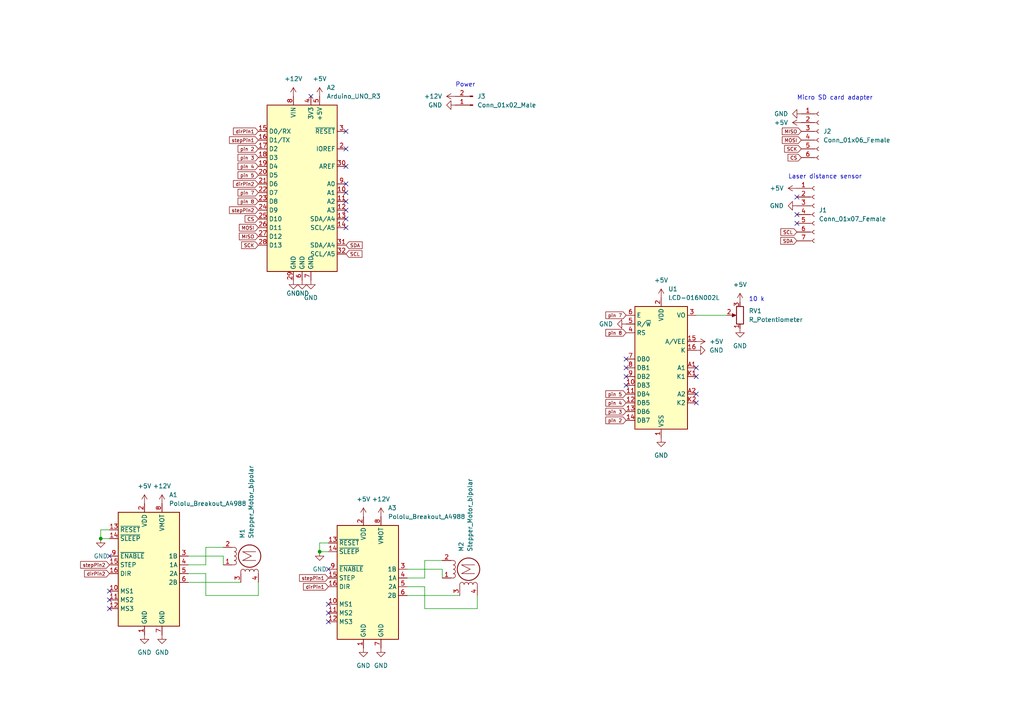
<source format=kicad_sch>
(kicad_sch (version 20211123) (generator eeschema)

  (uuid 9538e4ed-27e6-4c37-b989-9859dc0d49e8)

  (paper "A4")

  (lib_symbols
    (symbol "Connector:Conn_01x02_Male" (pin_names (offset 1.016) hide) (in_bom yes) (on_board yes)
      (property "Reference" "J" (id 0) (at 0 2.54 0)
        (effects (font (size 1.27 1.27)))
      )
      (property "Value" "Conn_01x02_Male" (id 1) (at 0 -5.08 0)
        (effects (font (size 1.27 1.27)))
      )
      (property "Footprint" "" (id 2) (at 0 0 0)
        (effects (font (size 1.27 1.27)) hide)
      )
      (property "Datasheet" "~" (id 3) (at 0 0 0)
        (effects (font (size 1.27 1.27)) hide)
      )
      (property "ki_keywords" "connector" (id 4) (at 0 0 0)
        (effects (font (size 1.27 1.27)) hide)
      )
      (property "ki_description" "Generic connector, single row, 01x02, script generated (kicad-library-utils/schlib/autogen/connector/)" (id 5) (at 0 0 0)
        (effects (font (size 1.27 1.27)) hide)
      )
      (property "ki_fp_filters" "Connector*:*_1x??_*" (id 6) (at 0 0 0)
        (effects (font (size 1.27 1.27)) hide)
      )
      (symbol "Conn_01x02_Male_1_1"
        (polyline
          (pts
            (xy 1.27 -2.54)
            (xy 0.8636 -2.54)
          )
          (stroke (width 0.1524) (type default) (color 0 0 0 0))
          (fill (type none))
        )
        (polyline
          (pts
            (xy 1.27 0)
            (xy 0.8636 0)
          )
          (stroke (width 0.1524) (type default) (color 0 0 0 0))
          (fill (type none))
        )
        (rectangle (start 0.8636 -2.413) (end 0 -2.667)
          (stroke (width 0.1524) (type default) (color 0 0 0 0))
          (fill (type outline))
        )
        (rectangle (start 0.8636 0.127) (end 0 -0.127)
          (stroke (width 0.1524) (type default) (color 0 0 0 0))
          (fill (type outline))
        )
        (pin passive line (at 5.08 0 180) (length 3.81)
          (name "Pin_1" (effects (font (size 1.27 1.27))))
          (number "1" (effects (font (size 1.27 1.27))))
        )
        (pin passive line (at 5.08 -2.54 180) (length 3.81)
          (name "Pin_2" (effects (font (size 1.27 1.27))))
          (number "2" (effects (font (size 1.27 1.27))))
        )
      )
    )
    (symbol "Connector:Conn_01x06_Female" (pin_names (offset 1.016) hide) (in_bom yes) (on_board yes)
      (property "Reference" "J" (id 0) (at 0 7.62 0)
        (effects (font (size 1.27 1.27)))
      )
      (property "Value" "Conn_01x06_Female" (id 1) (at 0 -10.16 0)
        (effects (font (size 1.27 1.27)))
      )
      (property "Footprint" "" (id 2) (at 0 0 0)
        (effects (font (size 1.27 1.27)) hide)
      )
      (property "Datasheet" "~" (id 3) (at 0 0 0)
        (effects (font (size 1.27 1.27)) hide)
      )
      (property "ki_keywords" "connector" (id 4) (at 0 0 0)
        (effects (font (size 1.27 1.27)) hide)
      )
      (property "ki_description" "Generic connector, single row, 01x06, script generated (kicad-library-utils/schlib/autogen/connector/)" (id 5) (at 0 0 0)
        (effects (font (size 1.27 1.27)) hide)
      )
      (property "ki_fp_filters" "Connector*:*_1x??_*" (id 6) (at 0 0 0)
        (effects (font (size 1.27 1.27)) hide)
      )
      (symbol "Conn_01x06_Female_1_1"
        (arc (start 0 -7.112) (mid -0.508 -7.62) (end 0 -8.128)
          (stroke (width 0.1524) (type default) (color 0 0 0 0))
          (fill (type none))
        )
        (arc (start 0 -4.572) (mid -0.508 -5.08) (end 0 -5.588)
          (stroke (width 0.1524) (type default) (color 0 0 0 0))
          (fill (type none))
        )
        (arc (start 0 -2.032) (mid -0.508 -2.54) (end 0 -3.048)
          (stroke (width 0.1524) (type default) (color 0 0 0 0))
          (fill (type none))
        )
        (polyline
          (pts
            (xy -1.27 -7.62)
            (xy -0.508 -7.62)
          )
          (stroke (width 0.1524) (type default) (color 0 0 0 0))
          (fill (type none))
        )
        (polyline
          (pts
            (xy -1.27 -5.08)
            (xy -0.508 -5.08)
          )
          (stroke (width 0.1524) (type default) (color 0 0 0 0))
          (fill (type none))
        )
        (polyline
          (pts
            (xy -1.27 -2.54)
            (xy -0.508 -2.54)
          )
          (stroke (width 0.1524) (type default) (color 0 0 0 0))
          (fill (type none))
        )
        (polyline
          (pts
            (xy -1.27 0)
            (xy -0.508 0)
          )
          (stroke (width 0.1524) (type default) (color 0 0 0 0))
          (fill (type none))
        )
        (polyline
          (pts
            (xy -1.27 2.54)
            (xy -0.508 2.54)
          )
          (stroke (width 0.1524) (type default) (color 0 0 0 0))
          (fill (type none))
        )
        (polyline
          (pts
            (xy -1.27 5.08)
            (xy -0.508 5.08)
          )
          (stroke (width 0.1524) (type default) (color 0 0 0 0))
          (fill (type none))
        )
        (arc (start 0 0.508) (mid -0.508 0) (end 0 -0.508)
          (stroke (width 0.1524) (type default) (color 0 0 0 0))
          (fill (type none))
        )
        (arc (start 0 3.048) (mid -0.508 2.54) (end 0 2.032)
          (stroke (width 0.1524) (type default) (color 0 0 0 0))
          (fill (type none))
        )
        (arc (start 0 5.588) (mid -0.508 5.08) (end 0 4.572)
          (stroke (width 0.1524) (type default) (color 0 0 0 0))
          (fill (type none))
        )
        (pin passive line (at -5.08 5.08 0) (length 3.81)
          (name "Pin_1" (effects (font (size 1.27 1.27))))
          (number "1" (effects (font (size 1.27 1.27))))
        )
        (pin passive line (at -5.08 2.54 0) (length 3.81)
          (name "Pin_2" (effects (font (size 1.27 1.27))))
          (number "2" (effects (font (size 1.27 1.27))))
        )
        (pin passive line (at -5.08 0 0) (length 3.81)
          (name "Pin_3" (effects (font (size 1.27 1.27))))
          (number "3" (effects (font (size 1.27 1.27))))
        )
        (pin passive line (at -5.08 -2.54 0) (length 3.81)
          (name "Pin_4" (effects (font (size 1.27 1.27))))
          (number "4" (effects (font (size 1.27 1.27))))
        )
        (pin passive line (at -5.08 -5.08 0) (length 3.81)
          (name "Pin_5" (effects (font (size 1.27 1.27))))
          (number "5" (effects (font (size 1.27 1.27))))
        )
        (pin passive line (at -5.08 -7.62 0) (length 3.81)
          (name "Pin_6" (effects (font (size 1.27 1.27))))
          (number "6" (effects (font (size 1.27 1.27))))
        )
      )
    )
    (symbol "Connector:Conn_01x07_Female" (pin_names (offset 1.016) hide) (in_bom yes) (on_board yes)
      (property "Reference" "J" (id 0) (at 0 10.16 0)
        (effects (font (size 1.27 1.27)))
      )
      (property "Value" "Conn_01x07_Female" (id 1) (at 0 -10.16 0)
        (effects (font (size 1.27 1.27)))
      )
      (property "Footprint" "" (id 2) (at 0 0 0)
        (effects (font (size 1.27 1.27)) hide)
      )
      (property "Datasheet" "~" (id 3) (at 0 0 0)
        (effects (font (size 1.27 1.27)) hide)
      )
      (property "ki_keywords" "connector" (id 4) (at 0 0 0)
        (effects (font (size 1.27 1.27)) hide)
      )
      (property "ki_description" "Generic connector, single row, 01x07, script generated (kicad-library-utils/schlib/autogen/connector/)" (id 5) (at 0 0 0)
        (effects (font (size 1.27 1.27)) hide)
      )
      (property "ki_fp_filters" "Connector*:*_1x??_*" (id 6) (at 0 0 0)
        (effects (font (size 1.27 1.27)) hide)
      )
      (symbol "Conn_01x07_Female_1_1"
        (arc (start 0 -7.112) (mid -0.508 -7.62) (end 0 -8.128)
          (stroke (width 0.1524) (type default) (color 0 0 0 0))
          (fill (type none))
        )
        (arc (start 0 -4.572) (mid -0.508 -5.08) (end 0 -5.588)
          (stroke (width 0.1524) (type default) (color 0 0 0 0))
          (fill (type none))
        )
        (arc (start 0 -2.032) (mid -0.508 -2.54) (end 0 -3.048)
          (stroke (width 0.1524) (type default) (color 0 0 0 0))
          (fill (type none))
        )
        (polyline
          (pts
            (xy -1.27 -7.62)
            (xy -0.508 -7.62)
          )
          (stroke (width 0.1524) (type default) (color 0 0 0 0))
          (fill (type none))
        )
        (polyline
          (pts
            (xy -1.27 -5.08)
            (xy -0.508 -5.08)
          )
          (stroke (width 0.1524) (type default) (color 0 0 0 0))
          (fill (type none))
        )
        (polyline
          (pts
            (xy -1.27 -2.54)
            (xy -0.508 -2.54)
          )
          (stroke (width 0.1524) (type default) (color 0 0 0 0))
          (fill (type none))
        )
        (polyline
          (pts
            (xy -1.27 0)
            (xy -0.508 0)
          )
          (stroke (width 0.1524) (type default) (color 0 0 0 0))
          (fill (type none))
        )
        (polyline
          (pts
            (xy -1.27 2.54)
            (xy -0.508 2.54)
          )
          (stroke (width 0.1524) (type default) (color 0 0 0 0))
          (fill (type none))
        )
        (polyline
          (pts
            (xy -1.27 5.08)
            (xy -0.508 5.08)
          )
          (stroke (width 0.1524) (type default) (color 0 0 0 0))
          (fill (type none))
        )
        (polyline
          (pts
            (xy -1.27 7.62)
            (xy -0.508 7.62)
          )
          (stroke (width 0.1524) (type default) (color 0 0 0 0))
          (fill (type none))
        )
        (arc (start 0 0.508) (mid -0.508 0) (end 0 -0.508)
          (stroke (width 0.1524) (type default) (color 0 0 0 0))
          (fill (type none))
        )
        (arc (start 0 3.048) (mid -0.508 2.54) (end 0 2.032)
          (stroke (width 0.1524) (type default) (color 0 0 0 0))
          (fill (type none))
        )
        (arc (start 0 5.588) (mid -0.508 5.08) (end 0 4.572)
          (stroke (width 0.1524) (type default) (color 0 0 0 0))
          (fill (type none))
        )
        (arc (start 0 8.128) (mid -0.508 7.62) (end 0 7.112)
          (stroke (width 0.1524) (type default) (color 0 0 0 0))
          (fill (type none))
        )
        (pin passive line (at -5.08 7.62 0) (length 3.81)
          (name "Pin_1" (effects (font (size 1.27 1.27))))
          (number "1" (effects (font (size 1.27 1.27))))
        )
        (pin passive line (at -5.08 5.08 0) (length 3.81)
          (name "Pin_2" (effects (font (size 1.27 1.27))))
          (number "2" (effects (font (size 1.27 1.27))))
        )
        (pin passive line (at -5.08 2.54 0) (length 3.81)
          (name "Pin_3" (effects (font (size 1.27 1.27))))
          (number "3" (effects (font (size 1.27 1.27))))
        )
        (pin passive line (at -5.08 0 0) (length 3.81)
          (name "Pin_4" (effects (font (size 1.27 1.27))))
          (number "4" (effects (font (size 1.27 1.27))))
        )
        (pin passive line (at -5.08 -2.54 0) (length 3.81)
          (name "Pin_5" (effects (font (size 1.27 1.27))))
          (number "5" (effects (font (size 1.27 1.27))))
        )
        (pin passive line (at -5.08 -5.08 0) (length 3.81)
          (name "Pin_6" (effects (font (size 1.27 1.27))))
          (number "6" (effects (font (size 1.27 1.27))))
        )
        (pin passive line (at -5.08 -7.62 0) (length 3.81)
          (name "Pin_7" (effects (font (size 1.27 1.27))))
          (number "7" (effects (font (size 1.27 1.27))))
        )
      )
    )
    (symbol "Device:R_Potentiometer" (pin_names (offset 1.016) hide) (in_bom yes) (on_board yes)
      (property "Reference" "RV" (id 0) (at -4.445 0 90)
        (effects (font (size 1.27 1.27)))
      )
      (property "Value" "R_Potentiometer" (id 1) (at -2.54 0 90)
        (effects (font (size 1.27 1.27)))
      )
      (property "Footprint" "" (id 2) (at 0 0 0)
        (effects (font (size 1.27 1.27)) hide)
      )
      (property "Datasheet" "~" (id 3) (at 0 0 0)
        (effects (font (size 1.27 1.27)) hide)
      )
      (property "ki_keywords" "resistor variable" (id 4) (at 0 0 0)
        (effects (font (size 1.27 1.27)) hide)
      )
      (property "ki_description" "Potentiometer" (id 5) (at 0 0 0)
        (effects (font (size 1.27 1.27)) hide)
      )
      (property "ki_fp_filters" "Potentiometer*" (id 6) (at 0 0 0)
        (effects (font (size 1.27 1.27)) hide)
      )
      (symbol "R_Potentiometer_0_1"
        (polyline
          (pts
            (xy 2.54 0)
            (xy 1.524 0)
          )
          (stroke (width 0) (type default) (color 0 0 0 0))
          (fill (type none))
        )
        (polyline
          (pts
            (xy 1.143 0)
            (xy 2.286 0.508)
            (xy 2.286 -0.508)
            (xy 1.143 0)
          )
          (stroke (width 0) (type default) (color 0 0 0 0))
          (fill (type outline))
        )
        (rectangle (start 1.016 2.54) (end -1.016 -2.54)
          (stroke (width 0.254) (type default) (color 0 0 0 0))
          (fill (type none))
        )
      )
      (symbol "R_Potentiometer_1_1"
        (pin passive line (at 0 3.81 270) (length 1.27)
          (name "1" (effects (font (size 1.27 1.27))))
          (number "1" (effects (font (size 1.27 1.27))))
        )
        (pin passive line (at 3.81 0 180) (length 1.27)
          (name "2" (effects (font (size 1.27 1.27))))
          (number "2" (effects (font (size 1.27 1.27))))
        )
        (pin passive line (at 0 -3.81 90) (length 1.27)
          (name "3" (effects (font (size 1.27 1.27))))
          (number "3" (effects (font (size 1.27 1.27))))
        )
      )
    )
    (symbol "Display_Character:LCD-016N002L" (in_bom yes) (on_board yes)
      (property "Reference" "U" (id 0) (at -6.35 18.796 0)
        (effects (font (size 1.27 1.27)))
      )
      (property "Value" "LCD-016N002L" (id 1) (at 8.636 18.796 0)
        (effects (font (size 1.27 1.27)))
      )
      (property "Footprint" "Display:LCD-016N002L" (id 2) (at 0.508 -23.368 0)
        (effects (font (size 1.27 1.27)) hide)
      )
      (property "Datasheet" "http://www.vishay.com/docs/37299/37299.pdf" (id 3) (at 12.7 -7.62 0)
        (effects (font (size 1.27 1.27)) hide)
      )
      (property "ki_keywords" "display LCD dot-matrix" (id 4) (at 0 0 0)
        (effects (font (size 1.27 1.27)) hide)
      )
      (property "ki_description" "LCD 12x2, 8 bit parallel bus, 3V or 5V VDD" (id 5) (at 0 0 0)
        (effects (font (size 1.27 1.27)) hide)
      )
      (property "ki_fp_filters" "*LCD*016N002L*" (id 6) (at 0 0 0)
        (effects (font (size 1.27 1.27)) hide)
      )
      (symbol "LCD-016N002L_1_1"
        (rectangle (start -7.62 17.78) (end 7.62 -17.78)
          (stroke (width 0.254) (type default) (color 0 0 0 0))
          (fill (type background))
        )
        (pin power_in line (at 0 -20.32 90) (length 2.54)
          (name "VSS" (effects (font (size 1.27 1.27))))
          (number "1" (effects (font (size 1.27 1.27))))
        )
        (pin bidirectional line (at -10.16 -5.08 0) (length 2.54)
          (name "DB3" (effects (font (size 1.27 1.27))))
          (number "10" (effects (font (size 1.27 1.27))))
        )
        (pin bidirectional line (at -10.16 -7.62 0) (length 2.54)
          (name "DB4" (effects (font (size 1.27 1.27))))
          (number "11" (effects (font (size 1.27 1.27))))
        )
        (pin bidirectional line (at -10.16 -10.16 0) (length 2.54)
          (name "DB5" (effects (font (size 1.27 1.27))))
          (number "12" (effects (font (size 1.27 1.27))))
        )
        (pin bidirectional line (at -10.16 -12.7 0) (length 2.54)
          (name "DB6" (effects (font (size 1.27 1.27))))
          (number "13" (effects (font (size 1.27 1.27))))
        )
        (pin bidirectional line (at -10.16 -15.24 0) (length 2.54)
          (name "DB7" (effects (font (size 1.27 1.27))))
          (number "14" (effects (font (size 1.27 1.27))))
        )
        (pin power_in line (at 10.16 7.62 180) (length 2.54)
          (name "A/VEE" (effects (font (size 1.27 1.27))))
          (number "15" (effects (font (size 1.27 1.27))))
        )
        (pin power_in line (at 10.16 5.08 180) (length 2.54)
          (name "K" (effects (font (size 1.27 1.27))))
          (number "16" (effects (font (size 1.27 1.27))))
        )
        (pin power_in line (at 0 20.32 270) (length 2.54)
          (name "VDD" (effects (font (size 1.27 1.27))))
          (number "2" (effects (font (size 1.27 1.27))))
        )
        (pin input line (at 10.16 15.24 180) (length 2.54)
          (name "VO" (effects (font (size 1.27 1.27))))
          (number "3" (effects (font (size 1.27 1.27))))
        )
        (pin input line (at -10.16 10.16 0) (length 2.54)
          (name "RS" (effects (font (size 1.27 1.27))))
          (number "4" (effects (font (size 1.27 1.27))))
        )
        (pin input line (at -10.16 12.7 0) (length 2.54)
          (name "R/~{W}" (effects (font (size 1.27 1.27))))
          (number "5" (effects (font (size 1.27 1.27))))
        )
        (pin input line (at -10.16 15.24 0) (length 2.54)
          (name "E" (effects (font (size 1.27 1.27))))
          (number "6" (effects (font (size 1.27 1.27))))
        )
        (pin bidirectional line (at -10.16 2.54 0) (length 2.54)
          (name "DB0" (effects (font (size 1.27 1.27))))
          (number "7" (effects (font (size 1.27 1.27))))
        )
        (pin bidirectional line (at -10.16 0 0) (length 2.54)
          (name "DB1" (effects (font (size 1.27 1.27))))
          (number "8" (effects (font (size 1.27 1.27))))
        )
        (pin bidirectional line (at -10.16 -2.54 0) (length 2.54)
          (name "DB2" (effects (font (size 1.27 1.27))))
          (number "9" (effects (font (size 1.27 1.27))))
        )
        (pin power_in line (at 10.16 0 180) (length 2.54)
          (name "A1" (effects (font (size 1.27 1.27))))
          (number "A1" (effects (font (size 1.27 1.27))))
        )
        (pin power_in line (at 10.16 -7.62 180) (length 2.54)
          (name "A2" (effects (font (size 1.27 1.27))))
          (number "A2" (effects (font (size 1.27 1.27))))
        )
        (pin power_in line (at 10.16 -2.54 180) (length 2.54)
          (name "K1" (effects (font (size 1.27 1.27))))
          (number "K1" (effects (font (size 1.27 1.27))))
        )
        (pin power_in line (at 10.16 -10.16 180) (length 2.54)
          (name "K2" (effects (font (size 1.27 1.27))))
          (number "K2" (effects (font (size 1.27 1.27))))
        )
      )
    )
    (symbol "Driver_Motor:Pololu_Breakout_A4988" (in_bom yes) (on_board yes)
      (property "Reference" "A" (id 0) (at -2.54 19.05 0)
        (effects (font (size 1.27 1.27)) (justify right))
      )
      (property "Value" "Pololu_Breakout_A4988" (id 1) (at -2.54 16.51 0)
        (effects (font (size 1.27 1.27)) (justify right))
      )
      (property "Footprint" "Module:Pololu_Breakout-16_15.2x20.3mm" (id 2) (at 6.985 -19.05 0)
        (effects (font (size 1.27 1.27)) (justify left) hide)
      )
      (property "Datasheet" "https://www.pololu.com/product/2980/pictures" (id 3) (at 2.54 -7.62 0)
        (effects (font (size 1.27 1.27)) hide)
      )
      (property "ki_keywords" "Pololu Breakout Board Stepper Driver A4988" (id 4) (at 0 0 0)
        (effects (font (size 1.27 1.27)) hide)
      )
      (property "ki_description" "Pololu Breakout Board, Stepper Driver A4988" (id 5) (at 0 0 0)
        (effects (font (size 1.27 1.27)) hide)
      )
      (property "ki_fp_filters" "Pololu*Breakout*15.2x20.3mm*" (id 6) (at 0 0 0)
        (effects (font (size 1.27 1.27)) hide)
      )
      (symbol "Pololu_Breakout_A4988_0_1"
        (rectangle (start 10.16 -17.78) (end -7.62 15.24)
          (stroke (width 0.254) (type default) (color 0 0 0 0))
          (fill (type background))
        )
      )
      (symbol "Pololu_Breakout_A4988_1_1"
        (pin power_in line (at 0 -20.32 90) (length 2.54)
          (name "GND" (effects (font (size 1.27 1.27))))
          (number "1" (effects (font (size 1.27 1.27))))
        )
        (pin input line (at -10.16 -7.62 0) (length 2.54)
          (name "MS1" (effects (font (size 1.27 1.27))))
          (number "10" (effects (font (size 1.27 1.27))))
        )
        (pin input line (at -10.16 -10.16 0) (length 2.54)
          (name "MS2" (effects (font (size 1.27 1.27))))
          (number "11" (effects (font (size 1.27 1.27))))
        )
        (pin input line (at -10.16 -12.7 0) (length 2.54)
          (name "MS3" (effects (font (size 1.27 1.27))))
          (number "12" (effects (font (size 1.27 1.27))))
        )
        (pin input line (at -10.16 10.16 0) (length 2.54)
          (name "~{RESET}" (effects (font (size 1.27 1.27))))
          (number "13" (effects (font (size 1.27 1.27))))
        )
        (pin input line (at -10.16 7.62 0) (length 2.54)
          (name "~{SLEEP}" (effects (font (size 1.27 1.27))))
          (number "14" (effects (font (size 1.27 1.27))))
        )
        (pin input line (at -10.16 0 0) (length 2.54)
          (name "STEP" (effects (font (size 1.27 1.27))))
          (number "15" (effects (font (size 1.27 1.27))))
        )
        (pin input line (at -10.16 -2.54 0) (length 2.54)
          (name "DIR" (effects (font (size 1.27 1.27))))
          (number "16" (effects (font (size 1.27 1.27))))
        )
        (pin power_in line (at 0 17.78 270) (length 2.54)
          (name "VDD" (effects (font (size 1.27 1.27))))
          (number "2" (effects (font (size 1.27 1.27))))
        )
        (pin output line (at 12.7 2.54 180) (length 2.54)
          (name "1B" (effects (font (size 1.27 1.27))))
          (number "3" (effects (font (size 1.27 1.27))))
        )
        (pin output line (at 12.7 0 180) (length 2.54)
          (name "1A" (effects (font (size 1.27 1.27))))
          (number "4" (effects (font (size 1.27 1.27))))
        )
        (pin output line (at 12.7 -2.54 180) (length 2.54)
          (name "2A" (effects (font (size 1.27 1.27))))
          (number "5" (effects (font (size 1.27 1.27))))
        )
        (pin output line (at 12.7 -5.08 180) (length 2.54)
          (name "2B" (effects (font (size 1.27 1.27))))
          (number "6" (effects (font (size 1.27 1.27))))
        )
        (pin power_in line (at 5.08 -20.32 90) (length 2.54)
          (name "GND" (effects (font (size 1.27 1.27))))
          (number "7" (effects (font (size 1.27 1.27))))
        )
        (pin power_in line (at 5.08 17.78 270) (length 2.54)
          (name "VMOT" (effects (font (size 1.27 1.27))))
          (number "8" (effects (font (size 1.27 1.27))))
        )
        (pin input line (at -10.16 2.54 0) (length 2.54)
          (name "~{ENABLE}" (effects (font (size 1.27 1.27))))
          (number "9" (effects (font (size 1.27 1.27))))
        )
      )
    )
    (symbol "MCU_Module:Arduino_UNO_R3" (in_bom yes) (on_board yes)
      (property "Reference" "A" (id 0) (at -10.16 23.495 0)
        (effects (font (size 1.27 1.27)) (justify left bottom))
      )
      (property "Value" "Arduino_UNO_R3" (id 1) (at 5.08 -26.67 0)
        (effects (font (size 1.27 1.27)) (justify left top))
      )
      (property "Footprint" "Module:Arduino_UNO_R3" (id 2) (at 0 0 0)
        (effects (font (size 1.27 1.27) italic) hide)
      )
      (property "Datasheet" "https://www.arduino.cc/en/Main/arduinoBoardUno" (id 3) (at 0 0 0)
        (effects (font (size 1.27 1.27)) hide)
      )
      (property "ki_keywords" "Arduino UNO R3 Microcontroller Module Atmel AVR USB" (id 4) (at 0 0 0)
        (effects (font (size 1.27 1.27)) hide)
      )
      (property "ki_description" "Arduino UNO Microcontroller Module, release 3" (id 5) (at 0 0 0)
        (effects (font (size 1.27 1.27)) hide)
      )
      (property "ki_fp_filters" "Arduino*UNO*R3*" (id 6) (at 0 0 0)
        (effects (font (size 1.27 1.27)) hide)
      )
      (symbol "Arduino_UNO_R3_0_1"
        (rectangle (start -10.16 22.86) (end 10.16 -25.4)
          (stroke (width 0.254) (type default) (color 0 0 0 0))
          (fill (type background))
        )
      )
      (symbol "Arduino_UNO_R3_1_1"
        (pin no_connect line (at -10.16 -20.32 0) (length 2.54) hide
          (name "NC" (effects (font (size 1.27 1.27))))
          (number "1" (effects (font (size 1.27 1.27))))
        )
        (pin bidirectional line (at 12.7 -2.54 180) (length 2.54)
          (name "A1" (effects (font (size 1.27 1.27))))
          (number "10" (effects (font (size 1.27 1.27))))
        )
        (pin bidirectional line (at 12.7 -5.08 180) (length 2.54)
          (name "A2" (effects (font (size 1.27 1.27))))
          (number "11" (effects (font (size 1.27 1.27))))
        )
        (pin bidirectional line (at 12.7 -7.62 180) (length 2.54)
          (name "A3" (effects (font (size 1.27 1.27))))
          (number "12" (effects (font (size 1.27 1.27))))
        )
        (pin bidirectional line (at 12.7 -10.16 180) (length 2.54)
          (name "SDA/A4" (effects (font (size 1.27 1.27))))
          (number "13" (effects (font (size 1.27 1.27))))
        )
        (pin bidirectional line (at 12.7 -12.7 180) (length 2.54)
          (name "SCL/A5" (effects (font (size 1.27 1.27))))
          (number "14" (effects (font (size 1.27 1.27))))
        )
        (pin bidirectional line (at -12.7 15.24 0) (length 2.54)
          (name "D0/RX" (effects (font (size 1.27 1.27))))
          (number "15" (effects (font (size 1.27 1.27))))
        )
        (pin bidirectional line (at -12.7 12.7 0) (length 2.54)
          (name "D1/TX" (effects (font (size 1.27 1.27))))
          (number "16" (effects (font (size 1.27 1.27))))
        )
        (pin bidirectional line (at -12.7 10.16 0) (length 2.54)
          (name "D2" (effects (font (size 1.27 1.27))))
          (number "17" (effects (font (size 1.27 1.27))))
        )
        (pin bidirectional line (at -12.7 7.62 0) (length 2.54)
          (name "D3" (effects (font (size 1.27 1.27))))
          (number "18" (effects (font (size 1.27 1.27))))
        )
        (pin bidirectional line (at -12.7 5.08 0) (length 2.54)
          (name "D4" (effects (font (size 1.27 1.27))))
          (number "19" (effects (font (size 1.27 1.27))))
        )
        (pin output line (at 12.7 10.16 180) (length 2.54)
          (name "IOREF" (effects (font (size 1.27 1.27))))
          (number "2" (effects (font (size 1.27 1.27))))
        )
        (pin bidirectional line (at -12.7 2.54 0) (length 2.54)
          (name "D5" (effects (font (size 1.27 1.27))))
          (number "20" (effects (font (size 1.27 1.27))))
        )
        (pin bidirectional line (at -12.7 0 0) (length 2.54)
          (name "D6" (effects (font (size 1.27 1.27))))
          (number "21" (effects (font (size 1.27 1.27))))
        )
        (pin bidirectional line (at -12.7 -2.54 0) (length 2.54)
          (name "D7" (effects (font (size 1.27 1.27))))
          (number "22" (effects (font (size 1.27 1.27))))
        )
        (pin bidirectional line (at -12.7 -5.08 0) (length 2.54)
          (name "D8" (effects (font (size 1.27 1.27))))
          (number "23" (effects (font (size 1.27 1.27))))
        )
        (pin bidirectional line (at -12.7 -7.62 0) (length 2.54)
          (name "D9" (effects (font (size 1.27 1.27))))
          (number "24" (effects (font (size 1.27 1.27))))
        )
        (pin bidirectional line (at -12.7 -10.16 0) (length 2.54)
          (name "D10" (effects (font (size 1.27 1.27))))
          (number "25" (effects (font (size 1.27 1.27))))
        )
        (pin bidirectional line (at -12.7 -12.7 0) (length 2.54)
          (name "D11" (effects (font (size 1.27 1.27))))
          (number "26" (effects (font (size 1.27 1.27))))
        )
        (pin bidirectional line (at -12.7 -15.24 0) (length 2.54)
          (name "D12" (effects (font (size 1.27 1.27))))
          (number "27" (effects (font (size 1.27 1.27))))
        )
        (pin bidirectional line (at -12.7 -17.78 0) (length 2.54)
          (name "D13" (effects (font (size 1.27 1.27))))
          (number "28" (effects (font (size 1.27 1.27))))
        )
        (pin power_in line (at -2.54 -27.94 90) (length 2.54)
          (name "GND" (effects (font (size 1.27 1.27))))
          (number "29" (effects (font (size 1.27 1.27))))
        )
        (pin input line (at 12.7 15.24 180) (length 2.54)
          (name "~{RESET}" (effects (font (size 1.27 1.27))))
          (number "3" (effects (font (size 1.27 1.27))))
        )
        (pin input line (at 12.7 5.08 180) (length 2.54)
          (name "AREF" (effects (font (size 1.27 1.27))))
          (number "30" (effects (font (size 1.27 1.27))))
        )
        (pin bidirectional line (at 12.7 -17.78 180) (length 2.54)
          (name "SDA/A4" (effects (font (size 1.27 1.27))))
          (number "31" (effects (font (size 1.27 1.27))))
        )
        (pin bidirectional line (at 12.7 -20.32 180) (length 2.54)
          (name "SCL/A5" (effects (font (size 1.27 1.27))))
          (number "32" (effects (font (size 1.27 1.27))))
        )
        (pin power_out line (at 2.54 25.4 270) (length 2.54)
          (name "3V3" (effects (font (size 1.27 1.27))))
          (number "4" (effects (font (size 1.27 1.27))))
        )
        (pin power_out line (at 5.08 25.4 270) (length 2.54)
          (name "+5V" (effects (font (size 1.27 1.27))))
          (number "5" (effects (font (size 1.27 1.27))))
        )
        (pin power_in line (at 0 -27.94 90) (length 2.54)
          (name "GND" (effects (font (size 1.27 1.27))))
          (number "6" (effects (font (size 1.27 1.27))))
        )
        (pin power_in line (at 2.54 -27.94 90) (length 2.54)
          (name "GND" (effects (font (size 1.27 1.27))))
          (number "7" (effects (font (size 1.27 1.27))))
        )
        (pin power_in line (at -2.54 25.4 270) (length 2.54)
          (name "VIN" (effects (font (size 1.27 1.27))))
          (number "8" (effects (font (size 1.27 1.27))))
        )
        (pin bidirectional line (at 12.7 0 180) (length 2.54)
          (name "A0" (effects (font (size 1.27 1.27))))
          (number "9" (effects (font (size 1.27 1.27))))
        )
      )
    )
    (symbol "Motor:Stepper_Motor_bipolar" (pin_names (offset 0) hide) (in_bom yes) (on_board yes)
      (property "Reference" "M" (id 0) (at 3.81 2.54 0)
        (effects (font (size 1.27 1.27)) (justify left))
      )
      (property "Value" "Stepper_Motor_bipolar" (id 1) (at 3.81 1.27 0)
        (effects (font (size 1.27 1.27)) (justify left top))
      )
      (property "Footprint" "" (id 2) (at 0.254 -0.254 0)
        (effects (font (size 1.27 1.27)) hide)
      )
      (property "Datasheet" "http://www.infineon.com/dgdl/Application-Note-TLE8110EE_driving_UniPolarStepperMotor_V1.1.pdf?fileId=db3a30431be39b97011be5d0aa0a00b0" (id 3) (at 0.254 -0.254 0)
        (effects (font (size 1.27 1.27)) hide)
      )
      (property "ki_keywords" "bipolar stepper motor" (id 4) (at 0 0 0)
        (effects (font (size 1.27 1.27)) hide)
      )
      (property "ki_description" "4-wire bipolar stepper motor" (id 5) (at 0 0 0)
        (effects (font (size 1.27 1.27)) hide)
      )
      (property "ki_fp_filters" "PinHeader*P2.54mm*Vertical* TerminalBlock* Motor*" (id 6) (at 0 0 0)
        (effects (font (size 1.27 1.27)) hide)
      )
      (symbol "Stepper_Motor_bipolar_0_0"
        (polyline
          (pts
            (xy -1.27 -1.778)
            (xy -1.27 2.032)
            (xy 0 -0.508)
            (xy 1.27 2.032)
            (xy 1.27 -1.778)
          )
          (stroke (width 0) (type default) (color 0 0 0 0))
          (fill (type none))
        )
      )
      (symbol "Stepper_Motor_bipolar_0_1"
        (arc (start -4.445 -2.54) (mid -3.81 -1.905) (end -4.445 -1.27)
          (stroke (width 0) (type default) (color 0 0 0 0))
          (fill (type none))
        )
        (arc (start -4.445 -1.27) (mid -3.81 -0.635) (end -4.445 0)
          (stroke (width 0) (type default) (color 0 0 0 0))
          (fill (type none))
        )
        (arc (start -4.445 0) (mid -3.81 0.635) (end -4.445 1.27)
          (stroke (width 0) (type default) (color 0 0 0 0))
          (fill (type none))
        )
        (arc (start -4.445 1.27) (mid -3.81 1.905) (end -4.445 2.54)
          (stroke (width 0) (type default) (color 0 0 0 0))
          (fill (type none))
        )
        (arc (start -2.54 4.445) (mid -1.905 3.81) (end -1.27 4.445)
          (stroke (width 0) (type default) (color 0 0 0 0))
          (fill (type none))
        )
        (arc (start -1.27 4.445) (mid -0.635 3.81) (end 0 4.445)
          (stroke (width 0) (type default) (color 0 0 0 0))
          (fill (type none))
        )
        (polyline
          (pts
            (xy -5.08 -2.54)
            (xy -4.445 -2.54)
          )
          (stroke (width 0) (type default) (color 0 0 0 0))
          (fill (type none))
        )
        (polyline
          (pts
            (xy -5.08 2.54)
            (xy -4.445 2.54)
          )
          (stroke (width 0) (type default) (color 0 0 0 0))
          (fill (type none))
        )
        (polyline
          (pts
            (xy -2.54 5.08)
            (xy -2.54 4.445)
          )
          (stroke (width 0) (type default) (color 0 0 0 0))
          (fill (type none))
        )
        (polyline
          (pts
            (xy 2.54 5.08)
            (xy 2.54 4.445)
          )
          (stroke (width 0) (type default) (color 0 0 0 0))
          (fill (type none))
        )
        (circle (center 0 0) (radius 3.2512)
          (stroke (width 0.254) (type default) (color 0 0 0 0))
          (fill (type none))
        )
        (arc (start 0 4.445) (mid 0.635 3.81) (end 1.27 4.445)
          (stroke (width 0) (type default) (color 0 0 0 0))
          (fill (type none))
        )
        (arc (start 1.27 4.445) (mid 1.905 3.81) (end 2.54 4.445)
          (stroke (width 0) (type default) (color 0 0 0 0))
          (fill (type none))
        )
      )
      (symbol "Stepper_Motor_bipolar_1_1"
        (pin passive line (at -2.54 7.62 270) (length 2.54)
          (name "~" (effects (font (size 1.27 1.27))))
          (number "1" (effects (font (size 1.27 1.27))))
        )
        (pin passive line (at 2.54 7.62 270) (length 2.54)
          (name "-" (effects (font (size 1.27 1.27))))
          (number "2" (effects (font (size 1.27 1.27))))
        )
        (pin passive line (at -7.62 2.54 0) (length 2.54)
          (name "~" (effects (font (size 1.27 1.27))))
          (number "3" (effects (font (size 1.27 1.27))))
        )
        (pin passive line (at -7.62 -2.54 0) (length 2.54)
          (name "~" (effects (font (size 1.27 1.27))))
          (number "4" (effects (font (size 1.27 1.27))))
        )
      )
    )
    (symbol "power:+12V" (power) (pin_names (offset 0)) (in_bom yes) (on_board yes)
      (property "Reference" "#PWR" (id 0) (at 0 -3.81 0)
        (effects (font (size 1.27 1.27)) hide)
      )
      (property "Value" "+12V" (id 1) (at 0 3.556 0)
        (effects (font (size 1.27 1.27)))
      )
      (property "Footprint" "" (id 2) (at 0 0 0)
        (effects (font (size 1.27 1.27)) hide)
      )
      (property "Datasheet" "" (id 3) (at 0 0 0)
        (effects (font (size 1.27 1.27)) hide)
      )
      (property "ki_keywords" "power-flag" (id 4) (at 0 0 0)
        (effects (font (size 1.27 1.27)) hide)
      )
      (property "ki_description" "Power symbol creates a global label with name \"+12V\"" (id 5) (at 0 0 0)
        (effects (font (size 1.27 1.27)) hide)
      )
      (symbol "+12V_0_1"
        (polyline
          (pts
            (xy -0.762 1.27)
            (xy 0 2.54)
          )
          (stroke (width 0) (type default) (color 0 0 0 0))
          (fill (type none))
        )
        (polyline
          (pts
            (xy 0 0)
            (xy 0 2.54)
          )
          (stroke (width 0) (type default) (color 0 0 0 0))
          (fill (type none))
        )
        (polyline
          (pts
            (xy 0 2.54)
            (xy 0.762 1.27)
          )
          (stroke (width 0) (type default) (color 0 0 0 0))
          (fill (type none))
        )
      )
      (symbol "+12V_1_1"
        (pin power_in line (at 0 0 90) (length 0) hide
          (name "+12V" (effects (font (size 1.27 1.27))))
          (number "1" (effects (font (size 1.27 1.27))))
        )
      )
    )
    (symbol "power:+5V" (power) (pin_names (offset 0)) (in_bom yes) (on_board yes)
      (property "Reference" "#PWR" (id 0) (at 0 -3.81 0)
        (effects (font (size 1.27 1.27)) hide)
      )
      (property "Value" "+5V" (id 1) (at 0 3.556 0)
        (effects (font (size 1.27 1.27)))
      )
      (property "Footprint" "" (id 2) (at 0 0 0)
        (effects (font (size 1.27 1.27)) hide)
      )
      (property "Datasheet" "" (id 3) (at 0 0 0)
        (effects (font (size 1.27 1.27)) hide)
      )
      (property "ki_keywords" "power-flag" (id 4) (at 0 0 0)
        (effects (font (size 1.27 1.27)) hide)
      )
      (property "ki_description" "Power symbol creates a global label with name \"+5V\"" (id 5) (at 0 0 0)
        (effects (font (size 1.27 1.27)) hide)
      )
      (symbol "+5V_0_1"
        (polyline
          (pts
            (xy -0.762 1.27)
            (xy 0 2.54)
          )
          (stroke (width 0) (type default) (color 0 0 0 0))
          (fill (type none))
        )
        (polyline
          (pts
            (xy 0 0)
            (xy 0 2.54)
          )
          (stroke (width 0) (type default) (color 0 0 0 0))
          (fill (type none))
        )
        (polyline
          (pts
            (xy 0 2.54)
            (xy 0.762 1.27)
          )
          (stroke (width 0) (type default) (color 0 0 0 0))
          (fill (type none))
        )
      )
      (symbol "+5V_1_1"
        (pin power_in line (at 0 0 90) (length 0) hide
          (name "+5V" (effects (font (size 1.27 1.27))))
          (number "1" (effects (font (size 1.27 1.27))))
        )
      )
    )
    (symbol "power:GND" (power) (pin_names (offset 0)) (in_bom yes) (on_board yes)
      (property "Reference" "#PWR" (id 0) (at 0 -6.35 0)
        (effects (font (size 1.27 1.27)) hide)
      )
      (property "Value" "GND" (id 1) (at 0 -3.81 0)
        (effects (font (size 1.27 1.27)))
      )
      (property "Footprint" "" (id 2) (at 0 0 0)
        (effects (font (size 1.27 1.27)) hide)
      )
      (property "Datasheet" "" (id 3) (at 0 0 0)
        (effects (font (size 1.27 1.27)) hide)
      )
      (property "ki_keywords" "power-flag" (id 4) (at 0 0 0)
        (effects (font (size 1.27 1.27)) hide)
      )
      (property "ki_description" "Power symbol creates a global label with name \"GND\" , ground" (id 5) (at 0 0 0)
        (effects (font (size 1.27 1.27)) hide)
      )
      (symbol "GND_0_1"
        (polyline
          (pts
            (xy 0 0)
            (xy 0 -1.27)
            (xy 1.27 -1.27)
            (xy 0 -2.54)
            (xy -1.27 -1.27)
            (xy 0 -1.27)
          )
          (stroke (width 0) (type default) (color 0 0 0 0))
          (fill (type none))
        )
      )
      (symbol "GND_1_1"
        (pin power_in line (at 0 0 270) (length 0) hide
          (name "GND" (effects (font (size 1.27 1.27))))
          (number "1" (effects (font (size 1.27 1.27))))
        )
      )
    )
  )


  (junction (at 92.71 160.02) (diameter 0) (color 0 0 0 0)
    (uuid 4ebb4044-d1ac-497d-9ece-123015c8a874)
  )
  (junction (at 29.21 156.21) (diameter 0) (color 0 0 0 0)
    (uuid a798bd84-77c4-47e0-8e76-6926fdb07e90)
  )

  (no_connect (at 95.25 165.1) (uuid 200395d6-deed-466a-b4f1-cb63bcecf8d4))
  (no_connect (at 95.25 175.26) (uuid 200395d6-deed-466a-b4f1-cb63bcecf8d5))
  (no_connect (at 95.25 177.8) (uuid 200395d6-deed-466a-b4f1-cb63bcecf8d6))
  (no_connect (at 95.25 180.34) (uuid 200395d6-deed-466a-b4f1-cb63bcecf8d7))
  (no_connect (at 100.33 43.18) (uuid 200395d6-deed-466a-b4f1-cb63bcecf8dc))
  (no_connect (at 100.33 38.1) (uuid 200395d6-deed-466a-b4f1-cb63bcecf8dd))
  (no_connect (at 90.17 27.94) (uuid 200395d6-deed-466a-b4f1-cb63bcecf8de))
  (no_connect (at 31.75 161.29) (uuid 200395d6-deed-466a-b4f1-cb63bcecf8df))
  (no_connect (at 31.75 171.45) (uuid 200395d6-deed-466a-b4f1-cb63bcecf8e0))
  (no_connect (at 31.75 173.99) (uuid 200395d6-deed-466a-b4f1-cb63bcecf8e1))
  (no_connect (at 31.75 176.53) (uuid 200395d6-deed-466a-b4f1-cb63bcecf8e2))
  (no_connect (at 100.33 66.04) (uuid d49dbff2-b983-4798-8ccf-c45ba353b537))
  (no_connect (at 100.33 58.42) (uuid d49dbff2-b983-4798-8ccf-c45ba353b538))
  (no_connect (at 100.33 55.88) (uuid d49dbff2-b983-4798-8ccf-c45ba353b539))
  (no_connect (at 100.33 53.34) (uuid d49dbff2-b983-4798-8ccf-c45ba353b53a))
  (no_connect (at 100.33 48.26) (uuid d49dbff2-b983-4798-8ccf-c45ba353b53b))
  (no_connect (at 100.33 63.5) (uuid d49dbff2-b983-4798-8ccf-c45ba353b53c))
  (no_connect (at 100.33 60.96) (uuid d49dbff2-b983-4798-8ccf-c45ba353b53d))
  (no_connect (at 231.14 57.15) (uuid d49dbff2-b983-4798-8ccf-c45ba353b53e))
  (no_connect (at 231.14 62.23) (uuid d49dbff2-b983-4798-8ccf-c45ba353b53f))
  (no_connect (at 231.14 64.77) (uuid d49dbff2-b983-4798-8ccf-c45ba353b540))
  (no_connect (at 201.93 106.68) (uuid dc08e4b6-f39c-430c-a7fd-4d2bd82a80b6))
  (no_connect (at 201.93 109.22) (uuid dc08e4b6-f39c-430c-a7fd-4d2bd82a80b6))
  (no_connect (at 201.93 114.3) (uuid dc08e4b6-f39c-430c-a7fd-4d2bd82a80b6))
  (no_connect (at 201.93 116.84) (uuid dc08e4b6-f39c-430c-a7fd-4d2bd82a80b6))
  (no_connect (at 181.61 104.14) (uuid dc08e4b6-f39c-430c-a7fd-4d2bd82a80b6))
  (no_connect (at 181.61 106.68) (uuid dc08e4b6-f39c-430c-a7fd-4d2bd82a80b6))
  (no_connect (at 181.61 109.22) (uuid dc08e4b6-f39c-430c-a7fd-4d2bd82a80b6))
  (no_connect (at 181.61 111.76) (uuid dc08e4b6-f39c-430c-a7fd-4d2bd82a80b6))

  (wire (pts (xy 31.75 153.67) (xy 29.21 153.67))
    (stroke (width 0) (type default) (color 0 0 0 0))
    (uuid 0813da42-b868-4323-9032-68cd94270b25)
  )
  (wire (pts (xy 59.69 163.83) (xy 54.61 163.83))
    (stroke (width 0) (type default) (color 0 0 0 0))
    (uuid 095d87da-52cc-4930-85df-be33497a19bb)
  )
  (wire (pts (xy 92.71 157.48) (xy 95.25 157.48))
    (stroke (width 0) (type default) (color 0 0 0 0))
    (uuid 0d66c8d8-8c2b-4174-95e0-8a7ff958a62f)
  )
  (wire (pts (xy 95.25 160.02) (xy 92.71 160.02))
    (stroke (width 0) (type default) (color 0 0 0 0))
    (uuid 17288fd4-0b71-415a-a0fd-48383234cb7d)
  )
  (wire (pts (xy 74.93 168.91) (xy 74.93 172.72))
    (stroke (width 0) (type default) (color 0 0 0 0))
    (uuid 19244025-06be-4091-9872-6652709137a7)
  )
  (wire (pts (xy 123.19 167.64) (xy 118.11 167.64))
    (stroke (width 0) (type default) (color 0 0 0 0))
    (uuid 1caf9032-1dc4-49ee-9431-1af9fd460a09)
  )
  (wire (pts (xy 29.21 153.67) (xy 29.21 156.21))
    (stroke (width 0) (type default) (color 0 0 0 0))
    (uuid 248ead7f-752e-40c0-bb8c-4be19db10e0d)
  )
  (wire (pts (xy 201.93 91.44) (xy 210.82 91.44))
    (stroke (width 0) (type default) (color 0 0 0 0))
    (uuid 3b0b22df-1633-4d6f-9de2-f864f91391ab)
  )
  (wire (pts (xy 118.11 165.1) (xy 128.27 165.1))
    (stroke (width 0) (type default) (color 0 0 0 0))
    (uuid 4687db02-9efb-4ce4-8e11-019bfcbb16fd)
  )
  (wire (pts (xy 74.93 172.72) (xy 59.69 172.72))
    (stroke (width 0) (type default) (color 0 0 0 0))
    (uuid 4fc8d5d2-c0cc-45da-9598-ea901d758f9f)
  )
  (wire (pts (xy 123.19 162.56) (xy 123.19 167.64))
    (stroke (width 0) (type default) (color 0 0 0 0))
    (uuid 5541dc96-7c41-4b8b-b0de-01a3a1143359)
  )
  (wire (pts (xy 138.43 172.72) (xy 138.43 176.53))
    (stroke (width 0) (type default) (color 0 0 0 0))
    (uuid 57739330-291b-4aa6-8edb-042879c3a0e7)
  )
  (wire (pts (xy 64.77 158.75) (xy 59.69 158.75))
    (stroke (width 0) (type default) (color 0 0 0 0))
    (uuid 6a304141-ca17-4886-9dc7-7d92eb98d924)
  )
  (wire (pts (xy 128.27 167.64) (xy 128.27 165.1))
    (stroke (width 0) (type default) (color 0 0 0 0))
    (uuid 6ab90455-d764-4c7e-af8a-9cf9d79ebf90)
  )
  (wire (pts (xy 138.43 176.53) (xy 123.19 176.53))
    (stroke (width 0) (type default) (color 0 0 0 0))
    (uuid 7ca97b6a-e39b-4871-a7cd-36b88c0c7889)
  )
  (wire (pts (xy 64.77 163.83) (xy 64.77 161.29))
    (stroke (width 0) (type default) (color 0 0 0 0))
    (uuid 84261b40-2ab4-4b9a-8cf3-f2a82fb8aaf2)
  )
  (wire (pts (xy 54.61 166.37) (xy 59.69 166.37))
    (stroke (width 0) (type default) (color 0 0 0 0))
    (uuid 87956549-637c-4b51-a806-31797546d9ce)
  )
  (wire (pts (xy 118.11 172.72) (xy 133.35 172.72))
    (stroke (width 0) (type default) (color 0 0 0 0))
    (uuid 95acfcfa-8e92-442b-9790-ca3cada53e19)
  )
  (wire (pts (xy 59.69 166.37) (xy 59.69 172.72))
    (stroke (width 0) (type default) (color 0 0 0 0))
    (uuid 96b80700-48ee-459c-8c1e-168b6ceb75af)
  )
  (wire (pts (xy 54.61 168.91) (xy 69.85 168.91))
    (stroke (width 0) (type default) (color 0 0 0 0))
    (uuid 9ffe2b1c-fdda-48d3-a113-7886c4ec1fc6)
  )
  (wire (pts (xy 128.27 162.56) (xy 123.19 162.56))
    (stroke (width 0) (type default) (color 0 0 0 0))
    (uuid acb2acbb-a6de-449d-8d40-276c0f1ab4d8)
  )
  (wire (pts (xy 92.71 160.02) (xy 92.71 157.48))
    (stroke (width 0) (type default) (color 0 0 0 0))
    (uuid ae088201-e893-48a5-b800-19a96cedef94)
  )
  (wire (pts (xy 123.19 170.18) (xy 123.19 176.53))
    (stroke (width 0) (type default) (color 0 0 0 0))
    (uuid bf1c68c7-922b-48c8-9f1e-d864c8fd680d)
  )
  (wire (pts (xy 29.21 156.21) (xy 31.75 156.21))
    (stroke (width 0) (type default) (color 0 0 0 0))
    (uuid c8ac0a3a-ad09-49d4-9cd8-77a12caa9e8d)
  )
  (wire (pts (xy 54.61 161.29) (xy 64.77 161.29))
    (stroke (width 0) (type default) (color 0 0 0 0))
    (uuid cfcc1be4-58b6-442e-a981-375bed4a7168)
  )
  (wire (pts (xy 59.69 158.75) (xy 59.69 163.83))
    (stroke (width 0) (type default) (color 0 0 0 0))
    (uuid d131fc70-87cf-4a47-82f2-dc5d98c7ed40)
  )
  (wire (pts (xy 118.11 170.18) (xy 123.19 170.18))
    (stroke (width 0) (type default) (color 0 0 0 0))
    (uuid e8f3237e-49cb-4ff1-bdb2-e2e9a7cd0a43)
  )

  (text "Laser distance sensor\n" (at 228.6 52.07 0)
    (effects (font (size 1.27 1.27)) (justify left bottom))
    (uuid 35c803a0-371c-4d91-9e72-4b5d0b93fdfd)
  )
  (text "10 k\n" (at 217.17 87.63 0)
    (effects (font (size 1.27 1.27)) (justify left bottom))
    (uuid a4642dc5-61b4-4964-80d6-74f87ab4247a)
  )
  (text "Power\n" (at 132.08 25.4 0)
    (effects (font (size 1.27 1.27)) (justify left bottom))
    (uuid a88f5789-5bd1-46f2-a1ea-6aefb3be37ff)
  )
  (text "Micro SD card adapter\n" (at 231.14 29.21 0)
    (effects (font (size 1.27 1.27)) (justify left bottom))
    (uuid d99b12c7-ba1a-47ec-8b5f-2c4ff861d97c)
  )

  (global_label "MOSI" (shape input) (at 232.41 40.64 180) (fields_autoplaced)
    (effects (font (size 1 1)) (justify right))
    (uuid 0010dfed-318c-43f4-90b7-4f6e82978f6f)
    (property "Intersheet References" "${INTERSHEET_REFS}" (id 0) (at 226.891 40.5775 0)
      (effects (font (size 1 1)) (justify right) hide)
    )
  )
  (global_label "stepPin2" (shape input) (at 74.93 60.96 180) (fields_autoplaced)
    (effects (font (size 1 1)) (justify right))
    (uuid 13054861-4ef3-4a75-89e3-41d18e8b671f)
    (property "Intersheet References" "${INTERSHEET_REFS}" (id 0) (at 66.5538 60.8975 0)
      (effects (font (size 1 1)) (justify right) hide)
    )
  )
  (global_label "dirPin1" (shape input) (at 95.25 170.18 180) (fields_autoplaced)
    (effects (font (size 1 1)) (justify right))
    (uuid 1628d70e-7bd7-4cde-bd25-9bf5535128e8)
    (property "Intersheet References" "${INTERSHEET_REFS}" (id 0) (at 88.0167 170.1175 0)
      (effects (font (size 1 1)) (justify right) hide)
    )
  )
  (global_label "pin 2" (shape input) (at 74.93 43.18 180) (fields_autoplaced)
    (effects (font (size 1 1)) (justify right))
    (uuid 16e7eb78-be55-4317-8958-1fd205802c0c)
    (property "Intersheet References" "${INTERSHEET_REFS}" (id 0) (at 69.03 43.1175 0)
      (effects (font (size 1 1)) (justify right) hide)
    )
  )
  (global_label "pin 4" (shape input) (at 74.93 48.26 180) (fields_autoplaced)
    (effects (font (size 1 1)) (justify right))
    (uuid 17ce1a08-de02-4602-a5d0-1f52db40c25b)
    (property "Intersheet References" "${INTERSHEET_REFS}" (id 0) (at 69.03 48.1975 0)
      (effects (font (size 1 1)) (justify right) hide)
    )
  )
  (global_label "pin 8" (shape input) (at 74.93 58.42 180) (fields_autoplaced)
    (effects (font (size 1 1)) (justify right))
    (uuid 346d5e1b-748e-44c3-b02a-84e3c8ab22fe)
    (property "Intersheet References" "${INTERSHEET_REFS}" (id 0) (at 69.03 58.3575 0)
      (effects (font (size 1 1)) (justify right) hide)
    )
  )
  (global_label "pin 4" (shape input) (at 181.61 116.84 180) (fields_autoplaced)
    (effects (font (size 1 1)) (justify right))
    (uuid 372f2824-fbe6-4226-adf8-01da6fea7a2f)
    (property "Intersheet References" "${INTERSHEET_REFS}" (id 0) (at 175.71 116.7775 0)
      (effects (font (size 1 1)) (justify right) hide)
    )
  )
  (global_label "SCL" (shape input) (at 231.14 67.31 180) (fields_autoplaced)
    (effects (font (size 1 1)) (justify right))
    (uuid 37fc3bb0-4e35-4543-b61c-1e9a8eddd850)
    (property "Intersheet References" "${INTERSHEET_REFS}" (id 0) (at 226.4781 67.2475 0)
      (effects (font (size 1 1)) (justify right) hide)
    )
  )
  (global_label "MISO" (shape input) (at 232.41 38.1 180) (fields_autoplaced)
    (effects (font (size 1 1)) (justify right))
    (uuid 482c9b06-4a33-486d-bb51-f67c177b3e9b)
    (property "Intersheet References" "${INTERSHEET_REFS}" (id 0) (at 226.891 38.0375 0)
      (effects (font (size 1 1)) (justify right) hide)
    )
  )
  (global_label "CS" (shape input) (at 232.41 45.72 180) (fields_autoplaced)
    (effects (font (size 1 1)) (justify right))
    (uuid 4b2584c9-ab65-41c1-b55f-e357a8baf7fc)
    (property "Intersheet References" "${INTERSHEET_REFS}" (id 0) (at 228.5576 45.6575 0)
      (effects (font (size 1 1)) (justify right) hide)
    )
  )
  (global_label "pin 8" (shape input) (at 181.61 96.52 180) (fields_autoplaced)
    (effects (font (size 1 1)) (justify right))
    (uuid 585b55b9-201c-4e76-b154-5a2a5aaa1e45)
    (property "Intersheet References" "${INTERSHEET_REFS}" (id 0) (at 175.71 96.4575 0)
      (effects (font (size 1 1)) (justify right) hide)
    )
  )
  (global_label "stepPin1" (shape input) (at 95.25 167.64 180) (fields_autoplaced)
    (effects (font (size 1 1)) (justify right))
    (uuid 5a53e26e-7c37-49e2-9961-b3dead0adea8)
    (property "Intersheet References" "${INTERSHEET_REFS}" (id 0) (at 86.8738 167.5775 0)
      (effects (font (size 1 1)) (justify right) hide)
    )
  )
  (global_label "stepPin1" (shape input) (at 74.93 40.64 180) (fields_autoplaced)
    (effects (font (size 1 1)) (justify right))
    (uuid 6be025ad-4f3c-43f4-8308-b16cea88de9c)
    (property "Intersheet References" "${INTERSHEET_REFS}" (id 0) (at 66.5538 40.5775 0)
      (effects (font (size 1 1)) (justify right) hide)
    )
  )
  (global_label "pin 3" (shape input) (at 181.61 119.38 180) (fields_autoplaced)
    (effects (font (size 1 1)) (justify right))
    (uuid 783a3ad9-08fc-453a-a4ed-ee81ef7506a6)
    (property "Intersheet References" "${INTERSHEET_REFS}" (id 0) (at 175.71 119.3175 0)
      (effects (font (size 1 1)) (justify right) hide)
    )
  )
  (global_label "CS" (shape input) (at 74.93 63.5 180) (fields_autoplaced)
    (effects (font (size 1 1)) (justify right))
    (uuid 8894de38-fbcd-48d2-8d75-e12e2bad39b5)
    (property "Intersheet References" "${INTERSHEET_REFS}" (id 0) (at 71.0776 63.4375 0)
      (effects (font (size 1 1)) (justify right) hide)
    )
  )
  (global_label "MISO" (shape input) (at 74.93 68.58 180) (fields_autoplaced)
    (effects (font (size 1 1)) (justify right))
    (uuid 96c7f66b-542e-494b-a103-0c8eb3f84148)
    (property "Intersheet References" "${INTERSHEET_REFS}" (id 0) (at 69.411 68.5175 0)
      (effects (font (size 1 1)) (justify right) hide)
    )
  )
  (global_label "stepPin2" (shape input) (at 31.75 163.83 180) (fields_autoplaced)
    (effects (font (size 1 1)) (justify right))
    (uuid 96f7cff5-251a-45bf-b4bf-34c3c4d274b2)
    (property "Intersheet References" "${INTERSHEET_REFS}" (id 0) (at 23.3738 163.7675 0)
      (effects (font (size 1 1)) (justify right) hide)
    )
  )
  (global_label "SCK" (shape input) (at 232.41 43.18 180) (fields_autoplaced)
    (effects (font (size 1 1)) (justify right))
    (uuid 9d54efbb-0935-4115-b617-532c1b228517)
    (property "Intersheet References" "${INTERSHEET_REFS}" (id 0) (at 227.5576 43.1175 0)
      (effects (font (size 1 1)) (justify right) hide)
    )
  )
  (global_label "pin 3" (shape input) (at 74.93 45.72 180) (fields_autoplaced)
    (effects (font (size 1 1)) (justify right))
    (uuid a6d02439-77ec-4d92-9416-6d07022c9069)
    (property "Intersheet References" "${INTERSHEET_REFS}" (id 0) (at 69.03 45.6575 0)
      (effects (font (size 1 1)) (justify right) hide)
    )
  )
  (global_label "pin 2" (shape input) (at 181.61 121.92 180) (fields_autoplaced)
    (effects (font (size 1 1)) (justify right))
    (uuid b7bac533-cd61-457b-bd90-3f9cffde85e5)
    (property "Intersheet References" "${INTERSHEET_REFS}" (id 0) (at 175.71 121.8575 0)
      (effects (font (size 1 1)) (justify right) hide)
    )
  )
  (global_label "pin 7" (shape input) (at 74.93 55.88 180) (fields_autoplaced)
    (effects (font (size 1 1)) (justify right))
    (uuid c0f4eda2-1faa-45ca-aa19-e69ff2904f74)
    (property "Intersheet References" "${INTERSHEET_REFS}" (id 0) (at 69.03 55.8175 0)
      (effects (font (size 1 1)) (justify right) hide)
    )
  )
  (global_label "dirPin2" (shape input) (at 74.93 53.34 180) (fields_autoplaced)
    (effects (font (size 1 1)) (justify right))
    (uuid c213e9eb-c687-410b-be58-bfd1b9440316)
    (property "Intersheet References" "${INTERSHEET_REFS}" (id 0) (at 67.6967 53.2775 0)
      (effects (font (size 1 1)) (justify right) hide)
    )
  )
  (global_label "pin 5" (shape input) (at 74.93 50.8 180) (fields_autoplaced)
    (effects (font (size 1 1)) (justify right))
    (uuid c4d42f95-af18-4818-9e59-62a2fd8e915e)
    (property "Intersheet References" "${INTERSHEET_REFS}" (id 0) (at 69.03 50.7375 0)
      (effects (font (size 1 1)) (justify right) hide)
    )
  )
  (global_label "MOSI" (shape input) (at 74.93 66.04 180) (fields_autoplaced)
    (effects (font (size 1 1)) (justify right))
    (uuid c635c2cd-0bf8-425c-ace3-d30eb854752b)
    (property "Intersheet References" "${INTERSHEET_REFS}" (id 0) (at 69.411 65.9775 0)
      (effects (font (size 1 1)) (justify right) hide)
    )
  )
  (global_label "SDA" (shape input) (at 100.33 71.12 0) (fields_autoplaced)
    (effects (font (size 1 1)) (justify left))
    (uuid df4ca6a6-f678-4e1d-9c8a-4ee40a4d772f)
    (property "Intersheet References" "${INTERSHEET_REFS}" (id 0) (at 105.0395 71.1825 0)
      (effects (font (size 1 1)) (justify left) hide)
    )
  )
  (global_label "SDA" (shape input) (at 231.14 69.85 180) (fields_autoplaced)
    (effects (font (size 1 1)) (justify right))
    (uuid e15227a2-6fda-4601-af24-5ded159c45a6)
    (property "Intersheet References" "${INTERSHEET_REFS}" (id 0) (at 226.4305 69.7875 0)
      (effects (font (size 1 1)) (justify right) hide)
    )
  )
  (global_label "dirPin2" (shape input) (at 31.75 166.37 180) (fields_autoplaced)
    (effects (font (size 1 1)) (justify right))
    (uuid e1619e72-1def-4130-898e-b4367e80de0c)
    (property "Intersheet References" "${INTERSHEET_REFS}" (id 0) (at 24.5167 166.3075 0)
      (effects (font (size 1 1)) (justify right) hide)
    )
  )
  (global_label "pin 5" (shape input) (at 181.61 114.3 180) (fields_autoplaced)
    (effects (font (size 1 1)) (justify right))
    (uuid ed333896-79b1-49e9-af8f-6c1905512625)
    (property "Intersheet References" "${INTERSHEET_REFS}" (id 0) (at 175.71 114.2375 0)
      (effects (font (size 1 1)) (justify right) hide)
    )
  )
  (global_label "SCL" (shape input) (at 100.33 73.66 0) (fields_autoplaced)
    (effects (font (size 1 1)) (justify left))
    (uuid eda9379d-a64f-4f88-aad8-b66e0f565e85)
    (property "Intersheet References" "${INTERSHEET_REFS}" (id 0) (at 104.9919 73.7225 0)
      (effects (font (size 1 1)) (justify left) hide)
    )
  )
  (global_label "dirPin1" (shape input) (at 74.93 38.1 180) (fields_autoplaced)
    (effects (font (size 1 1)) (justify right))
    (uuid ef0f259f-161c-4dd6-a880-977a23bf598b)
    (property "Intersheet References" "${INTERSHEET_REFS}" (id 0) (at 67.6967 38.0375 0)
      (effects (font (size 1 1)) (justify right) hide)
    )
  )
  (global_label "SCK" (shape input) (at 74.93 71.12 180) (fields_autoplaced)
    (effects (font (size 1 1)) (justify right))
    (uuid f4f445a7-a2ab-4aa7-b9e9-66a8a32dd554)
    (property "Intersheet References" "${INTERSHEET_REFS}" (id 0) (at 70.0776 71.0575 0)
      (effects (font (size 1 1)) (justify right) hide)
    )
  )
  (global_label "pin 7" (shape input) (at 181.61 91.44 180) (fields_autoplaced)
    (effects (font (size 1 1)) (justify right))
    (uuid fa25f8a3-2a84-4aab-882c-56eb43975c27)
    (property "Intersheet References" "${INTERSHEET_REFS}" (id 0) (at 175.71 91.3775 0)
      (effects (font (size 1 1)) (justify right) hide)
    )
  )

  (symbol (lib_id "power:GND") (at 85.09 81.28 0) (unit 1)
    (in_bom yes) (on_board yes)
    (uuid 0466c404-50da-4571-8e64-b2deb338794f)
    (property "Reference" "#PWR0111" (id 0) (at 85.09 87.63 0)
      (effects (font (size 1.27 1.27)) hide)
    )
    (property "Value" "GND" (id 1) (at 85.09 85.09 0))
    (property "Footprint" "" (id 2) (at 85.09 81.28 0)
      (effects (font (size 1.27 1.27)) hide)
    )
    (property "Datasheet" "" (id 3) (at 85.09 81.28 0)
      (effects (font (size 1.27 1.27)) hide)
    )
    (pin "1" (uuid ec50dc02-cf0d-4211-b351-6b3f72a2aa3f))
  )

  (symbol (lib_id "Connector:Conn_01x02_Male") (at 137.16 30.48 180) (unit 1)
    (in_bom yes) (on_board yes) (fields_autoplaced)
    (uuid 15ca8c14-4a83-49a3-b503-018c61bd5d69)
    (property "Reference" "J3" (id 0) (at 138.43 27.9399 0)
      (effects (font (size 1.27 1.27)) (justify right))
    )
    (property "Value" "Conn_01x02_Male" (id 1) (at 138.43 30.4799 0)
      (effects (font (size 1.27 1.27)) (justify right))
    )
    (property "Footprint" "Connector_PinSocket_2.54mm:PinSocket_1x02_P2.54mm_Vertical" (id 2) (at 137.16 30.48 0)
      (effects (font (size 1.27 1.27)) hide)
    )
    (property "Datasheet" "~" (id 3) (at 137.16 30.48 0)
      (effects (font (size 1.27 1.27)) hide)
    )
    (pin "1" (uuid c50fd8e3-7364-4bed-9f80-aa13cd411d5c))
    (pin "2" (uuid d9e6cf50-c758-4b22-a1c4-52ebdf9f7db5))
  )

  (symbol (lib_id "power:+5V") (at 231.14 54.61 90) (unit 1)
    (in_bom yes) (on_board yes) (fields_autoplaced)
    (uuid 1813e903-d0df-4751-a333-62171a833286)
    (property "Reference" "#PWR0115" (id 0) (at 234.95 54.61 0)
      (effects (font (size 1.27 1.27)) hide)
    )
    (property "Value" "+5V" (id 1) (at 227.33 54.6099 90)
      (effects (font (size 1.27 1.27)) (justify left))
    )
    (property "Footprint" "" (id 2) (at 231.14 54.61 0)
      (effects (font (size 1.27 1.27)) hide)
    )
    (property "Datasheet" "" (id 3) (at 231.14 54.61 0)
      (effects (font (size 1.27 1.27)) hide)
    )
    (pin "1" (uuid f202e4cf-42bc-4909-a5e8-ee7236e62b01))
  )

  (symbol (lib_id "power:+5V") (at 105.41 149.86 0) (unit 1)
    (in_bom yes) (on_board yes) (fields_autoplaced)
    (uuid 2798371a-78d0-4a3e-8a5e-03fb36b8dcf7)
    (property "Reference" "#PWR0103" (id 0) (at 105.41 153.67 0)
      (effects (font (size 1.27 1.27)) hide)
    )
    (property "Value" "+5V" (id 1) (at 105.41 144.78 0))
    (property "Footprint" "" (id 2) (at 105.41 149.86 0)
      (effects (font (size 1.27 1.27)) hide)
    )
    (property "Datasheet" "" (id 3) (at 105.41 149.86 0)
      (effects (font (size 1.27 1.27)) hide)
    )
    (pin "1" (uuid 612dc420-c0a9-4dad-8f27-8ff7c0ae1729))
  )

  (symbol (lib_id "Motor:Stepper_Motor_bipolar") (at 135.89 165.1 90) (unit 1)
    (in_bom yes) (on_board yes) (fields_autoplaced)
    (uuid 2798cc00-37db-458a-b5f8-bea65ae99be7)
    (property "Reference" "M2" (id 0) (at 133.769 160.02 0)
      (effects (font (size 1.27 1.27)) (justify left))
    )
    (property "Value" "Stepper_Motor_bipolar" (id 1) (at 136.309 160.02 0)
      (effects (font (size 1.27 1.27)) (justify left))
    )
    (property "Footprint" "Connector_PinSocket_2.54mm:PinSocket_1x04_P2.54mm_Vertical" (id 2) (at 136.144 164.846 0)
      (effects (font (size 1.27 1.27)) hide)
    )
    (property "Datasheet" "http://www.infineon.com/dgdl/Application-Note-TLE8110EE_driving_UniPolarStepperMotor_V1.1.pdf?fileId=db3a30431be39b97011be5d0aa0a00b0" (id 3) (at 136.144 164.846 0)
      (effects (font (size 1.27 1.27)) hide)
    )
    (pin "1" (uuid 2009ab3a-f4bf-4c63-a0fe-9d170c762787))
    (pin "2" (uuid 17c7b03d-e4b9-4587-b2ce-0ee7a9d30575))
    (pin "3" (uuid 381ea437-8589-413a-8d00-c27a465a3773))
    (pin "4" (uuid e12ec3e8-0d5b-47b1-abb9-9b31a4bb451e))
  )

  (symbol (lib_id "power:GND") (at 201.93 101.6 90) (unit 1)
    (in_bom yes) (on_board yes) (fields_autoplaced)
    (uuid 337feec9-bbc5-497e-bc2c-d2085931cd70)
    (property "Reference" "#PWR05" (id 0) (at 208.28 101.6 0)
      (effects (font (size 1.27 1.27)) hide)
    )
    (property "Value" "GND" (id 1) (at 205.74 101.5999 90)
      (effects (font (size 1.27 1.27)) (justify right))
    )
    (property "Footprint" "" (id 2) (at 201.93 101.6 0)
      (effects (font (size 1.27 1.27)) hide)
    )
    (property "Datasheet" "" (id 3) (at 201.93 101.6 0)
      (effects (font (size 1.27 1.27)) hide)
    )
    (pin "1" (uuid 270ce84f-f646-4ff0-b166-49a14dbdd9db))
  )

  (symbol (lib_id "power:+5V") (at 201.93 99.06 270) (unit 1)
    (in_bom yes) (on_board yes) (fields_autoplaced)
    (uuid 3badfe66-3f14-4910-b7ff-0615100b4bc7)
    (property "Reference" "#PWR04" (id 0) (at 198.12 99.06 0)
      (effects (font (size 1.27 1.27)) hide)
    )
    (property "Value" "+5V" (id 1) (at 205.74 99.0599 90)
      (effects (font (size 1.27 1.27)) (justify left))
    )
    (property "Footprint" "" (id 2) (at 201.93 99.06 0)
      (effects (font (size 1.27 1.27)) hide)
    )
    (property "Datasheet" "" (id 3) (at 201.93 99.06 0)
      (effects (font (size 1.27 1.27)) hide)
    )
    (pin "1" (uuid 698728a0-20cc-4537-92ca-f229bf061742))
  )

  (symbol (lib_id "power:+5V") (at 41.91 146.05 0) (unit 1)
    (in_bom yes) (on_board yes) (fields_autoplaced)
    (uuid 503fcf84-3a2e-420e-ba70-65c46816f626)
    (property "Reference" "#PWR0101" (id 0) (at 41.91 149.86 0)
      (effects (font (size 1.27 1.27)) hide)
    )
    (property "Value" "+5V" (id 1) (at 41.91 140.97 0))
    (property "Footprint" "" (id 2) (at 41.91 146.05 0)
      (effects (font (size 1.27 1.27)) hide)
    )
    (property "Datasheet" "" (id 3) (at 41.91 146.05 0)
      (effects (font (size 1.27 1.27)) hide)
    )
    (pin "1" (uuid cb4e52cc-4268-4833-a57a-86fdce6bcd4a))
  )

  (symbol (lib_id "power:+5V") (at 191.77 86.36 0) (unit 1)
    (in_bom yes) (on_board yes) (fields_autoplaced)
    (uuid 5224baf4-830a-4a87-a084-2845e9c56df1)
    (property "Reference" "#PWR02" (id 0) (at 191.77 90.17 0)
      (effects (font (size 1.27 1.27)) hide)
    )
    (property "Value" "+5V" (id 1) (at 191.77 81.28 0))
    (property "Footprint" "" (id 2) (at 191.77 86.36 0)
      (effects (font (size 1.27 1.27)) hide)
    )
    (property "Datasheet" "" (id 3) (at 191.77 86.36 0)
      (effects (font (size 1.27 1.27)) hide)
    )
    (pin "1" (uuid 526be7eb-755c-407a-b54c-14ddeab57a0f))
  )

  (symbol (lib_id "Display_Character:LCD-016N002L") (at 191.77 106.68 0) (unit 1)
    (in_bom yes) (on_board yes)
    (uuid 52d326d4-51c9-4c17-8412-9aaf3e6cdf4c)
    (property "Reference" "U1" (id 0) (at 193.7894 83.82 0)
      (effects (font (size 1.27 1.27)) (justify left))
    )
    (property "Value" "LCD-016N002L" (id 1) (at 193.7894 86.36 0)
      (effects (font (size 1.27 1.27)) (justify left))
    )
    (property "Footprint" "Display:LCD-016N002L" (id 2) (at 192.278 130.048 0)
      (effects (font (size 1.27 1.27)) hide)
    )
    (property "Datasheet" "http://www.vishay.com/docs/37299/37299.pdf" (id 3) (at 204.47 114.3 0)
      (effects (font (size 1.27 1.27)) hide)
    )
    (pin "1" (uuid 933a17ae-06d4-4de3-aae1-d3835cc0d957))
    (pin "10" (uuid 664ea685-f665-4315-aadf-581a656f41df))
    (pin "11" (uuid 578f33ff-8d12-4136-bb61-e55b7655fa5b))
    (pin "12" (uuid 35e60fa0-27cf-4d0e-8bab-b364400c08c0))
    (pin "13" (uuid 9d2af601-5327-4706-9acb-978b65e95af5))
    (pin "14" (uuid ac0e5582-f44c-4bc2-8ae7-2c3f1115fb00))
    (pin "15" (uuid 4c069f0b-8c76-44a0-a999-7bd72a3e8dee))
    (pin "16" (uuid 401b5a0c-f502-4551-9d61-fa50a303707e))
    (pin "2" (uuid 1d2d8ec8-1f1b-4d06-9a35-eff8e386bdb8))
    (pin "3" (uuid 92822296-9b31-4c78-bfe1-2dc7c2e425bc))
    (pin "4" (uuid 22614aba-2c26-4590-8e12-a7a6b6de48de))
    (pin "5" (uuid bf3524aa-7451-4bff-a4df-53f0aa1c0aeb))
    (pin "6" (uuid e315fb88-f764-4ec7-a92b-006692d5e26f))
    (pin "7" (uuid 1a1da3ab-0792-420a-a2dd-c670f9cd52e8))
    (pin "8" (uuid d0060422-f68b-4ffa-bca8-6f70dc4f862d))
    (pin "9" (uuid 9050328c-80d1-449f-94a8-27658961ba9d))
    (pin "A1" (uuid 5e27f565-c85a-4f3b-9862-58c0accdd5e3))
    (pin "A2" (uuid 99c0b885-9395-4eaa-a204-8d7dea094883))
    (pin "K1" (uuid a3a9b316-86eb-411d-82d0-37407c2e4142))
    (pin "K2" (uuid 7d3a9372-4f99-452e-9767-51a31df66106))
  )

  (symbol (lib_id "power:+5V") (at 92.71 27.94 0) (unit 1)
    (in_bom yes) (on_board yes) (fields_autoplaced)
    (uuid 56b5c433-4c19-4d26-b3bc-bfdf2eeaf212)
    (property "Reference" "#PWR0109" (id 0) (at 92.71 31.75 0)
      (effects (font (size 1.27 1.27)) hide)
    )
    (property "Value" "+5V" (id 1) (at 92.71 22.86 0))
    (property "Footprint" "" (id 2) (at 92.71 27.94 0)
      (effects (font (size 1.27 1.27)) hide)
    )
    (property "Datasheet" "" (id 3) (at 92.71 27.94 0)
      (effects (font (size 1.27 1.27)) hide)
    )
    (pin "1" (uuid 3c56dc72-d09f-4a11-8c5b-92cca02389cf))
  )

  (symbol (lib_id "Device:R_Potentiometer") (at 214.63 91.44 180) (unit 1)
    (in_bom yes) (on_board yes) (fields_autoplaced)
    (uuid 5b96dbfa-b79f-46a9-ab1d-ac48bd28ff9d)
    (property "Reference" "RV1" (id 0) (at 217.17 90.1699 0)
      (effects (font (size 1.27 1.27)) (justify right))
    )
    (property "Value" "R_Potentiometer" (id 1) (at 217.17 92.7099 0)
      (effects (font (size 1.27 1.27)) (justify right))
    )
    (property "Footprint" "Potentiometer_THT:Potentiometer_ACP_CA9-H5_Horizontal" (id 2) (at 214.63 91.44 0)
      (effects (font (size 1.27 1.27)) hide)
    )
    (property "Datasheet" "~" (id 3) (at 214.63 91.44 0)
      (effects (font (size 1.27 1.27)) hide)
    )
    (pin "1" (uuid 1dedeaea-1e77-46c9-b80a-7667dbd8017e))
    (pin "2" (uuid 5f247998-1ffb-4d2b-bcb6-f1d2632bdb6b))
    (pin "3" (uuid 7b3a64f9-673f-40be-a418-7b1284cde5bf))
  )

  (symbol (lib_id "power:GND") (at 232.41 33.02 270) (unit 1)
    (in_bom yes) (on_board yes) (fields_autoplaced)
    (uuid 61eaf979-57f9-4419-b26b-b1caf9f85325)
    (property "Reference" "#PWR0117" (id 0) (at 226.06 33.02 0)
      (effects (font (size 1.27 1.27)) hide)
    )
    (property "Value" "GND" (id 1) (at 228.6 33.0199 90)
      (effects (font (size 1.27 1.27)) (justify right))
    )
    (property "Footprint" "" (id 2) (at 232.41 33.02 0)
      (effects (font (size 1.27 1.27)) hide)
    )
    (property "Datasheet" "" (id 3) (at 232.41 33.02 0)
      (effects (font (size 1.27 1.27)) hide)
    )
    (pin "1" (uuid 494b57be-a735-46d0-aca6-e9f23d35828d))
  )

  (symbol (lib_id "Driver_Motor:Pololu_Breakout_A4988") (at 105.41 167.64 0) (unit 1)
    (in_bom yes) (on_board yes) (fields_autoplaced)
    (uuid 6f33e751-5043-4b65-8e41-ecfd62467ed0)
    (property "Reference" "A3" (id 0) (at 112.5094 147.32 0)
      (effects (font (size 1.27 1.27)) (justify left))
    )
    (property "Value" "Pololu_Breakout_A4988" (id 1) (at 112.5094 149.86 0)
      (effects (font (size 1.27 1.27)) (justify left))
    )
    (property "Footprint" "Module:Pololu_Breakout-16_15.2x20.3mm" (id 2) (at 112.395 186.69 0)
      (effects (font (size 1.27 1.27)) (justify left) hide)
    )
    (property "Datasheet" "https://www.pololu.com/product/2980/pictures" (id 3) (at 107.95 175.26 0)
      (effects (font (size 1.27 1.27)) hide)
    )
    (pin "1" (uuid 71517e18-659e-4b8b-96d1-04596acf7ee1))
    (pin "10" (uuid fce99f12-458b-4b11-8764-608b1da370db))
    (pin "11" (uuid 6f2d24f7-ad92-48c4-acf3-fa47d8165bf8))
    (pin "12" (uuid e9c78314-8654-4ecf-a53f-5325fdab5e45))
    (pin "13" (uuid 985bbd29-6d41-4ae3-9f3e-e089452a70cf))
    (pin "14" (uuid 7ad70d78-f911-4e78-bfa3-eb4384fdc5b5))
    (pin "15" (uuid 3292aeac-3252-4f8c-bd26-e21f54d3d5b1))
    (pin "16" (uuid 9fb77340-8959-4e08-80d3-d396d0f40578))
    (pin "2" (uuid 3d91e159-b28f-4016-b781-d485dbd0a7a5))
    (pin "3" (uuid 74bfcd55-5e85-4660-be65-06062a0c760e))
    (pin "4" (uuid 0a7ad466-7b8b-4d6b-93ef-3281d9e54a91))
    (pin "5" (uuid 03c52c21-9f81-4a19-9890-eb9cfb396402))
    (pin "6" (uuid 850aa5f6-5bb1-4c2a-99c5-f3161b79c2ed))
    (pin "7" (uuid a57a044f-1e0a-4f57-b98f-7a871f824575))
    (pin "8" (uuid 49cb8972-6f22-4d13-a568-a1f0fbf7c0c8))
    (pin "9" (uuid 064b9ab8-0beb-4dbf-ade3-e5bc4486b94b))
  )

  (symbol (lib_id "Driver_Motor:Pololu_Breakout_A4988") (at 41.91 163.83 0) (unit 1)
    (in_bom yes) (on_board yes) (fields_autoplaced)
    (uuid 719b7565-456a-4540-a90b-eaa14d713b77)
    (property "Reference" "A1" (id 0) (at 49.0094 143.51 0)
      (effects (font (size 1.27 1.27)) (justify left))
    )
    (property "Value" "Pololu_Breakout_A4988" (id 1) (at 49.0094 146.05 0)
      (effects (font (size 1.27 1.27)) (justify left))
    )
    (property "Footprint" "Module:Pololu_Breakout-16_15.2x20.3mm" (id 2) (at 48.895 182.88 0)
      (effects (font (size 1.27 1.27)) (justify left) hide)
    )
    (property "Datasheet" "https://www.pololu.com/product/2980/pictures" (id 3) (at 44.45 171.45 0)
      (effects (font (size 1.27 1.27)) hide)
    )
    (pin "1" (uuid 5bab4642-7745-4fb6-8e03-860d07c897fa))
    (pin "10" (uuid 1b721fd6-e2ef-4205-a691-8b62a4e8245d))
    (pin "11" (uuid 24d45541-9c99-4a29-b23d-2731232d32c4))
    (pin "12" (uuid 39df35b0-03b0-41b0-a042-5ff2f2b89144))
    (pin "13" (uuid 7bec0d15-14d1-4a60-9c07-c51340c174f8))
    (pin "14" (uuid 8f0d9327-19e7-4d0c-8fae-7cd240f6784c))
    (pin "15" (uuid 5acf282b-2f25-4bd5-8f72-975fd6810597))
    (pin "16" (uuid 389f172f-f123-4b48-9942-6858f6bbcc66))
    (pin "2" (uuid 932e38fc-fa84-445e-9be3-d2ee0b300d0a))
    (pin "3" (uuid 81b2a628-7b01-46ed-9cee-52697d78afa9))
    (pin "4" (uuid c756d515-658d-483d-b662-93b45b645832))
    (pin "5" (uuid fb75433f-55f4-4bf6-8ab6-bc07528a0352))
    (pin "6" (uuid ab277200-fea9-49f1-977d-951571bc5ee1))
    (pin "7" (uuid 9af8f713-819f-4b15-8932-72d7d9f2746a))
    (pin "8" (uuid 22a0a028-1435-4866-8179-2251f34f6d62))
    (pin "9" (uuid 6ce076a6-7f09-4ea2-b0aa-53a75fd1086a))
  )

  (symbol (lib_id "power:GND") (at 214.63 95.25 0) (unit 1)
    (in_bom yes) (on_board yes) (fields_autoplaced)
    (uuid 71f60655-9351-453b-9531-e47c091f4ea5)
    (property "Reference" "#PWR07" (id 0) (at 214.63 101.6 0)
      (effects (font (size 1.27 1.27)) hide)
    )
    (property "Value" "GND" (id 1) (at 214.63 100.33 0))
    (property "Footprint" "" (id 2) (at 214.63 95.25 0)
      (effects (font (size 1.27 1.27)) hide)
    )
    (property "Datasheet" "" (id 3) (at 214.63 95.25 0)
      (effects (font (size 1.27 1.27)) hide)
    )
    (pin "1" (uuid 3414d6af-514b-4d30-8ed8-0d61d6a91b68))
  )

  (symbol (lib_id "power:GND") (at 41.91 184.15 0) (unit 1)
    (in_bom yes) (on_board yes) (fields_autoplaced)
    (uuid 73cec016-9f3a-47da-8151-64e208e9c46d)
    (property "Reference" "#PWR0105" (id 0) (at 41.91 190.5 0)
      (effects (font (size 1.27 1.27)) hide)
    )
    (property "Value" "GND" (id 1) (at 41.91 189.23 0))
    (property "Footprint" "" (id 2) (at 41.91 184.15 0)
      (effects (font (size 1.27 1.27)) hide)
    )
    (property "Datasheet" "" (id 3) (at 41.91 184.15 0)
      (effects (font (size 1.27 1.27)) hide)
    )
    (pin "1" (uuid 5614c7f3-6a25-4778-adeb-ed371d0922ce))
  )

  (symbol (lib_id "power:+5V") (at 232.41 35.56 90) (unit 1)
    (in_bom yes) (on_board yes) (fields_autoplaced)
    (uuid 849a4c4b-c2ec-4929-a768-f947448d6d29)
    (property "Reference" "#PWR0114" (id 0) (at 236.22 35.56 0)
      (effects (font (size 1.27 1.27)) hide)
    )
    (property "Value" "+5V" (id 1) (at 228.6 35.5599 90)
      (effects (font (size 1.27 1.27)) (justify left))
    )
    (property "Footprint" "" (id 2) (at 232.41 35.56 0)
      (effects (font (size 1.27 1.27)) hide)
    )
    (property "Datasheet" "" (id 3) (at 232.41 35.56 0)
      (effects (font (size 1.27 1.27)) hide)
    )
    (pin "1" (uuid c1ac1e21-6ac9-4568-8964-76c1b4f55be2))
  )

  (symbol (lib_id "power:+12V") (at 132.08 27.94 90) (unit 1)
    (in_bom yes) (on_board yes) (fields_autoplaced)
    (uuid 928ad3cc-18e3-4955-b78e-7e76b5aceb2f)
    (property "Reference" "#PWR0118" (id 0) (at 135.89 27.94 0)
      (effects (font (size 1.27 1.27)) hide)
    )
    (property "Value" "+12V" (id 1) (at 128.27 27.9399 90)
      (effects (font (size 1.27 1.27)) (justify left))
    )
    (property "Footprint" "" (id 2) (at 132.08 27.94 0)
      (effects (font (size 1.27 1.27)) hide)
    )
    (property "Datasheet" "" (id 3) (at 132.08 27.94 0)
      (effects (font (size 1.27 1.27)) hide)
    )
    (pin "1" (uuid a60e08fa-c806-40e3-918c-9dbc141a51f6))
  )

  (symbol (lib_id "power:GND") (at 90.17 81.28 0) (unit 1)
    (in_bom yes) (on_board yes) (fields_autoplaced)
    (uuid 98f4761a-c45a-4cfe-9cd5-8ae1865e135f)
    (property "Reference" "#PWR0112" (id 0) (at 90.17 87.63 0)
      (effects (font (size 1.27 1.27)) hide)
    )
    (property "Value" "GND" (id 1) (at 90.17 86.36 0))
    (property "Footprint" "" (id 2) (at 90.17 81.28 0)
      (effects (font (size 1.27 1.27)) hide)
    )
    (property "Datasheet" "" (id 3) (at 90.17 81.28 0)
      (effects (font (size 1.27 1.27)) hide)
    )
    (pin "1" (uuid 664b3aff-3c48-45e4-9c93-bd7e5fcaaaa0))
  )

  (symbol (lib_id "power:+5V") (at 214.63 87.63 0) (unit 1)
    (in_bom yes) (on_board yes) (fields_autoplaced)
    (uuid 9acef439-79c2-4e40-87a1-f5961c93dc67)
    (property "Reference" "#PWR06" (id 0) (at 214.63 91.44 0)
      (effects (font (size 1.27 1.27)) hide)
    )
    (property "Value" "+5V" (id 1) (at 214.63 82.55 0))
    (property "Footprint" "" (id 2) (at 214.63 87.63 0)
      (effects (font (size 1.27 1.27)) hide)
    )
    (property "Datasheet" "" (id 3) (at 214.63 87.63 0)
      (effects (font (size 1.27 1.27)) hide)
    )
    (pin "1" (uuid a4d0d1c4-424a-44ed-b5dd-d6d747777f26))
  )

  (symbol (lib_id "Connector:Conn_01x06_Female") (at 237.49 38.1 0) (unit 1)
    (in_bom yes) (on_board yes) (fields_autoplaced)
    (uuid 9b6c62c8-8c5b-4af0-919d-f52c114a4828)
    (property "Reference" "J2" (id 0) (at 238.76 38.0999 0)
      (effects (font (size 1.27 1.27)) (justify left))
    )
    (property "Value" "Conn_01x06_Female" (id 1) (at 238.76 40.6399 0)
      (effects (font (size 1.27 1.27)) (justify left))
    )
    (property "Footprint" "Connector_PinSocket_2.54mm:PinSocket_1x06_P2.54mm_Vertical" (id 2) (at 237.49 38.1 0)
      (effects (font (size 1.27 1.27)) hide)
    )
    (property "Datasheet" "~" (id 3) (at 237.49 38.1 0)
      (effects (font (size 1.27 1.27)) hide)
    )
    (pin "1" (uuid 78d5109e-4365-4f86-85ad-0e6782a45bdb))
    (pin "2" (uuid 0eb594e4-461e-4263-beb6-b96adf195f2c))
    (pin "3" (uuid f2e34b06-d959-4ba3-a790-e1e7d99fd8d9))
    (pin "4" (uuid 9cc32da3-6c75-4ffa-8b38-63caa9cadaea))
    (pin "5" (uuid 4ef72b26-3ccc-4ceb-91f3-8cfd999a19be))
    (pin "6" (uuid 7cae05b2-7bd6-4941-88bb-52b03616475a))
  )

  (symbol (lib_id "power:+12V") (at 110.49 149.86 0) (unit 1)
    (in_bom yes) (on_board yes) (fields_autoplaced)
    (uuid 9cf6578e-3bf1-443a-a8ff-466aee2b26d6)
    (property "Reference" "#PWR0104" (id 0) (at 110.49 153.67 0)
      (effects (font (size 1.27 1.27)) hide)
    )
    (property "Value" "+12V" (id 1) (at 110.49 144.78 0))
    (property "Footprint" "" (id 2) (at 110.49 149.86 0)
      (effects (font (size 1.27 1.27)) hide)
    )
    (property "Datasheet" "" (id 3) (at 110.49 149.86 0)
      (effects (font (size 1.27 1.27)) hide)
    )
    (pin "1" (uuid fa185703-4739-49db-9f04-bf522df932bf))
  )

  (symbol (lib_id "power:+12V") (at 85.09 27.94 0) (unit 1)
    (in_bom yes) (on_board yes) (fields_autoplaced)
    (uuid 9ed6d0eb-f07e-4ece-b5c4-77d5afbeec2c)
    (property "Reference" "#PWR0110" (id 0) (at 85.09 31.75 0)
      (effects (font (size 1.27 1.27)) hide)
    )
    (property "Value" "+12V" (id 1) (at 85.09 22.86 0))
    (property "Footprint" "" (id 2) (at 85.09 27.94 0)
      (effects (font (size 1.27 1.27)) hide)
    )
    (property "Datasheet" "" (id 3) (at 85.09 27.94 0)
      (effects (font (size 1.27 1.27)) hide)
    )
    (pin "1" (uuid 9b375fb7-6cc0-4ea2-ba75-39756820a315))
  )

  (symbol (lib_id "Connector:Conn_01x07_Female") (at 236.22 62.23 0) (unit 1)
    (in_bom yes) (on_board yes) (fields_autoplaced)
    (uuid a469d3dd-bc61-4af7-bcaa-9e2e1065e447)
    (property "Reference" "J1" (id 0) (at 237.49 60.9599 0)
      (effects (font (size 1.27 1.27)) (justify left))
    )
    (property "Value" "Conn_01x07_Female" (id 1) (at 237.49 63.4999 0)
      (effects (font (size 1.27 1.27)) (justify left))
    )
    (property "Footprint" "Connector_PinSocket_2.54mm:PinSocket_1x07_P2.54mm_Vertical" (id 2) (at 236.22 62.23 0)
      (effects (font (size 1.27 1.27)) hide)
    )
    (property "Datasheet" "~" (id 3) (at 236.22 62.23 0)
      (effects (font (size 1.27 1.27)) hide)
    )
    (pin "1" (uuid d8cd7321-a490-4cdc-970c-1fc827e16a72))
    (pin "2" (uuid f89fc548-88ae-4bb6-9257-83b2a24b469c))
    (pin "3" (uuid c4e20444-0efa-4d1d-b431-f0ac0be7054c))
    (pin "4" (uuid a260bd3d-667e-453e-9be4-bfe6769213ef))
    (pin "5" (uuid 82f97e13-b73e-43f5-81c2-c5bd8beacefd))
    (pin "6" (uuid 494752ba-afa3-4cb5-a0f3-c205e9143385))
    (pin "7" (uuid 7d54e976-fd6d-4289-9544-bd54c3c1b106))
  )

  (symbol (lib_id "power:GND") (at 132.08 30.48 270) (unit 1)
    (in_bom yes) (on_board yes) (fields_autoplaced)
    (uuid a9065e19-3fe5-44fd-aa96-2917dfa8d01d)
    (property "Reference" "#PWR0119" (id 0) (at 125.73 30.48 0)
      (effects (font (size 1.27 1.27)) hide)
    )
    (property "Value" "GND" (id 1) (at 128.27 30.4799 90)
      (effects (font (size 1.27 1.27)) (justify right))
    )
    (property "Footprint" "" (id 2) (at 132.08 30.48 0)
      (effects (font (size 1.27 1.27)) hide)
    )
    (property "Datasheet" "" (id 3) (at 132.08 30.48 0)
      (effects (font (size 1.27 1.27)) hide)
    )
    (pin "1" (uuid d6860bd3-7f7e-4d4d-bf1b-86081d6fd190))
  )

  (symbol (lib_id "Motor:Stepper_Motor_bipolar") (at 72.39 161.29 90) (unit 1)
    (in_bom yes) (on_board yes) (fields_autoplaced)
    (uuid abad5eeb-816d-4819-b779-f7cc3d8f055b)
    (property "Reference" "M1" (id 0) (at 70.269 156.21 0)
      (effects (font (size 1.27 1.27)) (justify left))
    )
    (property "Value" "Stepper_Motor_bipolar" (id 1) (at 72.809 156.21 0)
      (effects (font (size 1.27 1.27)) (justify left))
    )
    (property "Footprint" "Connector_PinSocket_2.54mm:PinSocket_1x04_P2.54mm_Vertical" (id 2) (at 72.644 161.036 0)
      (effects (font (size 1.27 1.27)) hide)
    )
    (property "Datasheet" "http://www.infineon.com/dgdl/Application-Note-TLE8110EE_driving_UniPolarStepperMotor_V1.1.pdf?fileId=db3a30431be39b97011be5d0aa0a00b0" (id 3) (at 72.644 161.036 0)
      (effects (font (size 1.27 1.27)) hide)
    )
    (pin "1" (uuid 3cabb2de-01bf-490b-accc-58730fcf6217))
    (pin "2" (uuid f8e4d3c2-330e-4143-9369-6cf0ab8506f4))
    (pin "3" (uuid 3fd4b9a3-0d9b-40b2-98b2-d5d07e8370c7))
    (pin "4" (uuid 622159dc-47d5-4b89-b7a7-bbb756af2d51))
  )

  (symbol (lib_id "power:GND") (at 231.14 59.69 270) (unit 1)
    (in_bom yes) (on_board yes) (fields_autoplaced)
    (uuid af0bf8f2-b46d-4aa6-9ff0-65f1adcc7bfc)
    (property "Reference" "#PWR0116" (id 0) (at 224.79 59.69 0)
      (effects (font (size 1.27 1.27)) hide)
    )
    (property "Value" "GND" (id 1) (at 227.33 59.6899 90)
      (effects (font (size 1.27 1.27)) (justify right))
    )
    (property "Footprint" "" (id 2) (at 231.14 59.69 0)
      (effects (font (size 1.27 1.27)) hide)
    )
    (property "Datasheet" "" (id 3) (at 231.14 59.69 0)
      (effects (font (size 1.27 1.27)) hide)
    )
    (pin "1" (uuid 1fa8e19f-db8c-4ada-90e8-07fa154ca3af))
  )

  (symbol (lib_id "power:+12V") (at 46.99 146.05 0) (unit 1)
    (in_bom yes) (on_board yes) (fields_autoplaced)
    (uuid b17a445a-e62f-4849-9c95-5600fd578c38)
    (property "Reference" "#PWR0121" (id 0) (at 46.99 149.86 0)
      (effects (font (size 1.27 1.27)) hide)
    )
    (property "Value" "+12V" (id 1) (at 46.99 140.97 0))
    (property "Footprint" "" (id 2) (at 46.99 146.05 0)
      (effects (font (size 1.27 1.27)) hide)
    )
    (property "Datasheet" "" (id 3) (at 46.99 146.05 0)
      (effects (font (size 1.27 1.27)) hide)
    )
    (pin "1" (uuid 99ad504e-bed3-4201-a41f-ef33ab846717))
  )

  (symbol (lib_id "power:GND") (at 105.41 187.96 0) (unit 1)
    (in_bom yes) (on_board yes) (fields_autoplaced)
    (uuid b465f0d2-3ae2-4f5e-967c-db7ab60754c3)
    (property "Reference" "#PWR0107" (id 0) (at 105.41 194.31 0)
      (effects (font (size 1.27 1.27)) hide)
    )
    (property "Value" "GND" (id 1) (at 105.41 193.04 0))
    (property "Footprint" "" (id 2) (at 105.41 187.96 0)
      (effects (font (size 1.27 1.27)) hide)
    )
    (property "Datasheet" "" (id 3) (at 105.41 187.96 0)
      (effects (font (size 1.27 1.27)) hide)
    )
    (pin "1" (uuid 333784e4-fd7f-4860-a9e7-4ff64238b409))
  )

  (symbol (lib_id "power:GND") (at 191.77 127 0) (unit 1)
    (in_bom yes) (on_board yes) (fields_autoplaced)
    (uuid bd0d0098-1972-4e73-85c6-c85d89f61e41)
    (property "Reference" "#PWR03" (id 0) (at 191.77 133.35 0)
      (effects (font (size 1.27 1.27)) hide)
    )
    (property "Value" "GND" (id 1) (at 191.77 132.08 0))
    (property "Footprint" "" (id 2) (at 191.77 127 0)
      (effects (font (size 1.27 1.27)) hide)
    )
    (property "Datasheet" "" (id 3) (at 191.77 127 0)
      (effects (font (size 1.27 1.27)) hide)
    )
    (pin "1" (uuid 3c73d539-a738-4a4b-aa8d-0f9e25f793bb))
  )

  (symbol (lib_id "power:GND") (at 29.21 156.21 0) (unit 1)
    (in_bom yes) (on_board yes) (fields_autoplaced)
    (uuid bea88e62-cebc-45ed-a2fe-6b7417f6bf8b)
    (property "Reference" "#PWR0120" (id 0) (at 29.21 162.56 0)
      (effects (font (size 1.27 1.27)) hide)
    )
    (property "Value" "GND" (id 1) (at 29.21 161.29 0))
    (property "Footprint" "" (id 2) (at 29.21 156.21 0)
      (effects (font (size 1.27 1.27)) hide)
    )
    (property "Datasheet" "" (id 3) (at 29.21 156.21 0)
      (effects (font (size 1.27 1.27)) hide)
    )
    (pin "1" (uuid ea4d1e2f-8dff-4f83-86d7-c11f6cfad886))
  )

  (symbol (lib_id "power:GND") (at 181.61 93.98 270) (unit 1)
    (in_bom yes) (on_board yes) (fields_autoplaced)
    (uuid bee2b319-ec47-40f1-8447-05c778c73023)
    (property "Reference" "#PWR01" (id 0) (at 175.26 93.98 0)
      (effects (font (size 1.27 1.27)) hide)
    )
    (property "Value" "GND" (id 1) (at 177.8 93.9799 90)
      (effects (font (size 1.27 1.27)) (justify right))
    )
    (property "Footprint" "" (id 2) (at 181.61 93.98 0)
      (effects (font (size 1.27 1.27)) hide)
    )
    (property "Datasheet" "" (id 3) (at 181.61 93.98 0)
      (effects (font (size 1.27 1.27)) hide)
    )
    (pin "1" (uuid bcbf98cd-cd84-49f8-8a06-0cd970ea7189))
  )

  (symbol (lib_id "power:GND") (at 110.49 187.96 0) (unit 1)
    (in_bom yes) (on_board yes) (fields_autoplaced)
    (uuid d48a1f87-90e2-4ea0-aae2-d1ddc0abc032)
    (property "Reference" "#PWR0108" (id 0) (at 110.49 194.31 0)
      (effects (font (size 1.27 1.27)) hide)
    )
    (property "Value" "GND" (id 1) (at 110.49 193.04 0))
    (property "Footprint" "" (id 2) (at 110.49 187.96 0)
      (effects (font (size 1.27 1.27)) hide)
    )
    (property "Datasheet" "" (id 3) (at 110.49 187.96 0)
      (effects (font (size 1.27 1.27)) hide)
    )
    (pin "1" (uuid 95e4549f-2bd8-4703-9d60-c7e9640e3f39))
  )

  (symbol (lib_id "power:GND") (at 92.71 160.02 0) (unit 1)
    (in_bom yes) (on_board yes) (fields_autoplaced)
    (uuid d708818f-48c8-4c8b-a8db-40b8f43c42aa)
    (property "Reference" "#PWR0102" (id 0) (at 92.71 166.37 0)
      (effects (font (size 1.27 1.27)) hide)
    )
    (property "Value" "GND" (id 1) (at 92.71 165.1 0))
    (property "Footprint" "" (id 2) (at 92.71 160.02 0)
      (effects (font (size 1.27 1.27)) hide)
    )
    (property "Datasheet" "" (id 3) (at 92.71 160.02 0)
      (effects (font (size 1.27 1.27)) hide)
    )
    (pin "1" (uuid f25b2852-6a4f-44f1-b4d8-5b8d77677657))
  )

  (symbol (lib_id "power:GND") (at 87.63 81.28 0) (unit 1)
    (in_bom yes) (on_board yes)
    (uuid d7f873cb-9008-4fb1-96b0-ff4ba8a87cc8)
    (property "Reference" "#PWR0113" (id 0) (at 87.63 87.63 0)
      (effects (font (size 1.27 1.27)) hide)
    )
    (property "Value" "GND" (id 1) (at 87.63 85.09 0))
    (property "Footprint" "" (id 2) (at 87.63 81.28 0)
      (effects (font (size 1.27 1.27)) hide)
    )
    (property "Datasheet" "" (id 3) (at 87.63 81.28 0)
      (effects (font (size 1.27 1.27)) hide)
    )
    (pin "1" (uuid bc257bbd-d181-4a8a-a195-ca266c5d88c3))
  )

  (symbol (lib_id "power:GND") (at 46.99 184.15 0) (unit 1)
    (in_bom yes) (on_board yes) (fields_autoplaced)
    (uuid d87bbc42-8426-4895-9e59-716d7c3ffa51)
    (property "Reference" "#PWR0106" (id 0) (at 46.99 190.5 0)
      (effects (font (size 1.27 1.27)) hide)
    )
    (property "Value" "GND" (id 1) (at 46.99 189.23 0))
    (property "Footprint" "" (id 2) (at 46.99 184.15 0)
      (effects (font (size 1.27 1.27)) hide)
    )
    (property "Datasheet" "" (id 3) (at 46.99 184.15 0)
      (effects (font (size 1.27 1.27)) hide)
    )
    (pin "1" (uuid 90a81e30-a256-4e6d-bf0f-63a02aa32ac6))
  )

  (symbol (lib_id "MCU_Module:Arduino_UNO_R3") (at 87.63 53.34 0) (unit 1)
    (in_bom yes) (on_board yes) (fields_autoplaced)
    (uuid f5a3f95b-1a53-41b4-b208-bf168c9d9c6d)
    (property "Reference" "A2" (id 0) (at 94.7294 25.4 0)
      (effects (font (size 1.27 1.27)) (justify left))
    )
    (property "Value" "Arduino_UNO_R3" (id 1) (at 94.7294 27.94 0)
      (effects (font (size 1.27 1.27)) (justify left))
    )
    (property "Footprint" "Module:Arduino_UNO_R3" (id 2) (at 87.63 53.34 0)
      (effects (font (size 1.27 1.27) italic) hide)
    )
    (property "Datasheet" "https://www.arduino.cc/en/Main/arduinoBoardUno" (id 3) (at 87.63 53.34 0)
      (effects (font (size 1.27 1.27)) hide)
    )
    (pin "1" (uuid ee9a2826-2513-480e-a552-3d07af5bf8a5))
    (pin "10" (uuid 771cb5c1-62ba-4cca-999e-cdcbe417213c))
    (pin "11" (uuid 8e75264b-b45e-45ec-b230-7e1dce7d68b3))
    (pin "12" (uuid 5a010660-4a0b-4680-b361-32d4c3b60537))
    (pin "13" (uuid 81ab7ed7-7160-4650-b711-4daa2902dc8b))
    (pin "14" (uuid dbbbcbf5-ed09-4c20-902c-70f108158aba))
    (pin "15" (uuid b7dfd91c-6180-48d0-832a-f6a5a032a686))
    (pin "16" (uuid 72f9157b-77da-4a6d-9880-0711b21f6e23))
    (pin "17" (uuid ce55d4e5-cb2b-4927-9979-4a7fc840f632))
    (pin "18" (uuid 312474c5-a081-4cd1-b2e6-730f0718514a))
    (pin "19" (uuid 97693043-81ba-44a2-b87b-aca6193e0970))
    (pin "2" (uuid a6dd3322-fcf5-4e4f-88bb-77a3d82a4d05))
    (pin "20" (uuid 61a18b62-4111-4a9d-8fca-04c4c6f90cc3))
    (pin "21" (uuid 717b25a7-c9c2-4f6f-b744-a96113325c99))
    (pin "22" (uuid 9404ce4c-2ce6-4f88-8062-13577800d257))
    (pin "23" (uuid f2c43eeb-76da-49f4-b8e6-cd74ebb3190b))
    (pin "24" (uuid f87a4771-a0a7-489f-9d85-4574dbea71cc))
    (pin "25" (uuid 7700fef1-de5b-4197-be2d-18385e1e18f9))
    (pin "26" (uuid 5626e5e1-59f4-4773-828e-16057ddc3518))
    (pin "27" (uuid 44e77d57-d16f-4723-a95f-1ac45276c458))
    (pin "28" (uuid bcfbc157-43ce-49f7-bd18-6a9e2f2f30a3))
    (pin "29" (uuid f931f973-5615-451c-bb04-9a02aede6e6f))
    (pin "3" (uuid 25625d99-d45f-4b2f-9e62-009a122611f4))
    (pin "30" (uuid d23840a6-3c61-45ca-968a-bc57332fd7a4))
    (pin "31" (uuid 2edc487e-09a5-4e4e-9675-a7b323f56380))
    (pin "32" (uuid 100847e3-630c-4c13-ba45-180e92370805))
    (pin "4" (uuid a43f2e19-4e11-4e86-a12a-58a691d6df28))
    (pin "5" (uuid 64269ac3-771b-4c0d-91e0-eafc3dc4a07f))
    (pin "6" (uuid 02491520-945f-40c4-9160-4e5db9ac115d))
    (pin "7" (uuid 4c6a1dad-7acf-4a52-99b0-316025d1ab04))
    (pin "8" (uuid 909d0bdd-8a15-40f2-9dfd-be4a5d2d6b25))
    (pin "9" (uuid a46a2b22-69cf-45fb-b1d2-32ac89bbd3c8))
  )

  (sheet_instances
    (path "/" (page "1"))
  )

  (symbol_instances
    (path "/bee2b319-ec47-40f1-8447-05c778c73023"
      (reference "#PWR01") (unit 1) (value "GND") (footprint "")
    )
    (path "/5224baf4-830a-4a87-a084-2845e9c56df1"
      (reference "#PWR02") (unit 1) (value "+5V") (footprint "")
    )
    (path "/bd0d0098-1972-4e73-85c6-c85d89f61e41"
      (reference "#PWR03") (unit 1) (value "GND") (footprint "")
    )
    (path "/3badfe66-3f14-4910-b7ff-0615100b4bc7"
      (reference "#PWR04") (unit 1) (value "+5V") (footprint "")
    )
    (path "/337feec9-bbc5-497e-bc2c-d2085931cd70"
      (reference "#PWR05") (unit 1) (value "GND") (footprint "")
    )
    (path "/9acef439-79c2-4e40-87a1-f5961c93dc67"
      (reference "#PWR06") (unit 1) (value "+5V") (footprint "")
    )
    (path "/71f60655-9351-453b-9531-e47c091f4ea5"
      (reference "#PWR07") (unit 1) (value "GND") (footprint "")
    )
    (path "/503fcf84-3a2e-420e-ba70-65c46816f626"
      (reference "#PWR0101") (unit 1) (value "+5V") (footprint "")
    )
    (path "/d708818f-48c8-4c8b-a8db-40b8f43c42aa"
      (reference "#PWR0102") (unit 1) (value "GND") (footprint "")
    )
    (path "/2798371a-78d0-4a3e-8a5e-03fb36b8dcf7"
      (reference "#PWR0103") (unit 1) (value "+5V") (footprint "")
    )
    (path "/9cf6578e-3bf1-443a-a8ff-466aee2b26d6"
      (reference "#PWR0104") (unit 1) (value "+12V") (footprint "")
    )
    (path "/73cec016-9f3a-47da-8151-64e208e9c46d"
      (reference "#PWR0105") (unit 1) (value "GND") (footprint "")
    )
    (path "/d87bbc42-8426-4895-9e59-716d7c3ffa51"
      (reference "#PWR0106") (unit 1) (value "GND") (footprint "")
    )
    (path "/b465f0d2-3ae2-4f5e-967c-db7ab60754c3"
      (reference "#PWR0107") (unit 1) (value "GND") (footprint "")
    )
    (path "/d48a1f87-90e2-4ea0-aae2-d1ddc0abc032"
      (reference "#PWR0108") (unit 1) (value "GND") (footprint "")
    )
    (path "/56b5c433-4c19-4d26-b3bc-bfdf2eeaf212"
      (reference "#PWR0109") (unit 1) (value "+5V") (footprint "")
    )
    (path "/9ed6d0eb-f07e-4ece-b5c4-77d5afbeec2c"
      (reference "#PWR0110") (unit 1) (value "+12V") (footprint "")
    )
    (path "/0466c404-50da-4571-8e64-b2deb338794f"
      (reference "#PWR0111") (unit 1) (value "GND") (footprint "")
    )
    (path "/98f4761a-c45a-4cfe-9cd5-8ae1865e135f"
      (reference "#PWR0112") (unit 1) (value "GND") (footprint "")
    )
    (path "/d7f873cb-9008-4fb1-96b0-ff4ba8a87cc8"
      (reference "#PWR0113") (unit 1) (value "GND") (footprint "")
    )
    (path "/849a4c4b-c2ec-4929-a768-f947448d6d29"
      (reference "#PWR0114") (unit 1) (value "+5V") (footprint "")
    )
    (path "/1813e903-d0df-4751-a333-62171a833286"
      (reference "#PWR0115") (unit 1) (value "+5V") (footprint "")
    )
    (path "/af0bf8f2-b46d-4aa6-9ff0-65f1adcc7bfc"
      (reference "#PWR0116") (unit 1) (value "GND") (footprint "")
    )
    (path "/61eaf979-57f9-4419-b26b-b1caf9f85325"
      (reference "#PWR0117") (unit 1) (value "GND") (footprint "")
    )
    (path "/928ad3cc-18e3-4955-b78e-7e76b5aceb2f"
      (reference "#PWR0118") (unit 1) (value "+12V") (footprint "")
    )
    (path "/a9065e19-3fe5-44fd-aa96-2917dfa8d01d"
      (reference "#PWR0119") (unit 1) (value "GND") (footprint "")
    )
    (path "/bea88e62-cebc-45ed-a2fe-6b7417f6bf8b"
      (reference "#PWR0120") (unit 1) (value "GND") (footprint "")
    )
    (path "/b17a445a-e62f-4849-9c95-5600fd578c38"
      (reference "#PWR0121") (unit 1) (value "+12V") (footprint "")
    )
    (path "/719b7565-456a-4540-a90b-eaa14d713b77"
      (reference "A1") (unit 1) (value "Pololu_Breakout_A4988") (footprint "Module:Pololu_Breakout-16_15.2x20.3mm")
    )
    (path "/f5a3f95b-1a53-41b4-b208-bf168c9d9c6d"
      (reference "A2") (unit 1) (value "Arduino_UNO_R3") (footprint "Module:Arduino_UNO_R3")
    )
    (path "/6f33e751-5043-4b65-8e41-ecfd62467ed0"
      (reference "A3") (unit 1) (value "Pololu_Breakout_A4988") (footprint "Module:Pololu_Breakout-16_15.2x20.3mm")
    )
    (path "/a469d3dd-bc61-4af7-bcaa-9e2e1065e447"
      (reference "J1") (unit 1) (value "Conn_01x07_Female") (footprint "Connector_PinSocket_2.54mm:PinSocket_1x07_P2.54mm_Vertical")
    )
    (path "/9b6c62c8-8c5b-4af0-919d-f52c114a4828"
      (reference "J2") (unit 1) (value "Conn_01x06_Female") (footprint "Connector_PinSocket_2.54mm:PinSocket_1x06_P2.54mm_Vertical")
    )
    (path "/15ca8c14-4a83-49a3-b503-018c61bd5d69"
      (reference "J3") (unit 1) (value "Conn_01x02_Male") (footprint "Connector_PinSocket_2.54mm:PinSocket_1x02_P2.54mm_Vertical")
    )
    (path "/abad5eeb-816d-4819-b779-f7cc3d8f055b"
      (reference "M1") (unit 1) (value "Stepper_Motor_bipolar") (footprint "Connector_PinSocket_2.54mm:PinSocket_1x04_P2.54mm_Vertical")
    )
    (path "/2798cc00-37db-458a-b5f8-bea65ae99be7"
      (reference "M2") (unit 1) (value "Stepper_Motor_bipolar") (footprint "Connector_PinSocket_2.54mm:PinSocket_1x04_P2.54mm_Vertical")
    )
    (path "/5b96dbfa-b79f-46a9-ab1d-ac48bd28ff9d"
      (reference "RV1") (unit 1) (value "R_Potentiometer") (footprint "Potentiometer_THT:Potentiometer_ACP_CA9-H5_Horizontal")
    )
    (path "/52d326d4-51c9-4c17-8412-9aaf3e6cdf4c"
      (reference "U1") (unit 1) (value "LCD-016N002L") (footprint "Display:LCD-016N002L")
    )
  )
)

</source>
